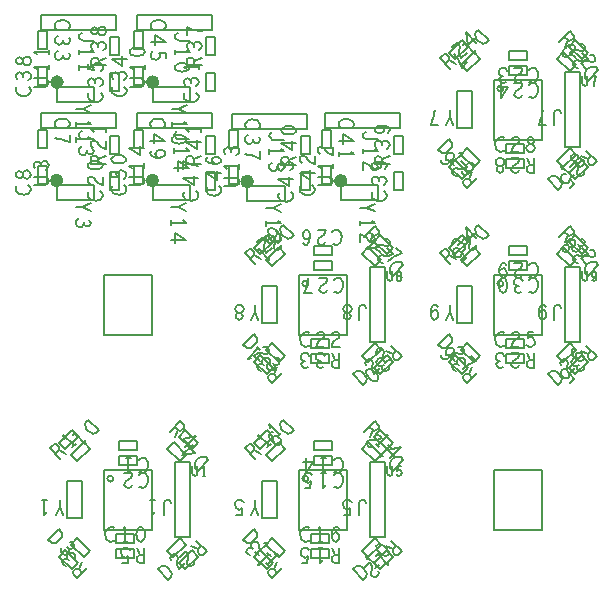
<source format=gto>
G04 ================== begin FILE IDENTIFICATION RECORD ==================*
G04 Layout Name:  C:/Users/D/Documents/github/Disceep/allegro/disceep.brd*
G04 Film Name:    DisceepTOPSilk*
G04 File Format:  Gerber RS274X*
G04 File Origin:  Cadence Allegro 16.6-P004*
G04 Origin Date:  Thu Jan 15 23:06:35 2015*
G04 *
G04 Layer:  REF DES/SILKSCREEN_TOP*
G04 Layer:  PACKAGE GEOMETRY/SILKSCREEN_TOP*
G04 Layer:  COMPONENT VALUE/SILKSCREEN_TOP*
G04 Layer:  BOARD GEOMETRY/SILKSCREEN_TOP*
G04 *
G04 Offset:    (0.00 0.00)*
G04 Mirror:    No*
G04 Mode:      Positive*
G04 Rotation:  0*
G04 FullContactRelief:  No*
G04 UndefLineWidth:     6.00*
G04 ================== end FILE IDENTIFICATION RECORD ====================*
%FSLAX25Y25*MOIN*%
%IR0*IPPOS*OFA0.00000B0.00000*MIA0B0*SFA1.00000B1.00000*%
%ADD10C,.006*%
G75*
%LPD*%
G75*
G36*
G01X11400Y139400D02*
G03I-2300J0D01*
G37*
G36*
G01X11500Y172200D02*
G03I-2300J0D01*
G37*
G36*
G01X43300Y139400D02*
G03I-2300J0D01*
G37*
G36*
G01X43400Y172200D02*
G03I-2300J0D01*
G37*
G36*
G01X74900Y139100D02*
G03I-2300J0D01*
G37*
G36*
G01X106100Y139300D02*
G03I-2300J0D01*
G37*
G54D10*
G01X6287Y19713D02*
X9823Y23248D01*
X10718Y22353D01*
X10900Y21818D01*
X10933Y21313D01*
X10803Y20736D01*
X10570Y20144D01*
X10025Y19510D01*
X9391Y18966D01*
X8800Y18732D01*
X8222Y18602D01*
X7718Y18636D01*
X7183Y18817D01*
X6287Y19713D01*
G01X10600Y16814D02*
X10456Y16133D01*
X10579Y15539D01*
X10923Y15077D01*
X11341Y14777D01*
X11993Y14714D01*
X12571Y14843D01*
X12969Y15152D01*
X13292Y15654D01*
X13273Y16262D01*
X13078Y16694D01*
X12675Y17097D01*
G01X13078Y16694D02*
X13523Y16602D01*
X14042Y16672D01*
X14485Y16936D01*
X14749Y17379D01*
X14819Y17898D01*
X14593Y18478D01*
X14131Y18822D01*
X13492Y18989D01*
G01X9818Y14061D02*
X14061Y9818D01*
X16182Y11939D01*
X11939Y16182D01*
X9818Y14061D01*
G01X19380Y10377D02*
X15845Y6841D01*
X14725Y7961D01*
X14544Y8496D01*
X14555Y8956D01*
X14937Y9517D01*
X15498Y9898D01*
X16061Y9924D01*
X16552Y9788D01*
X17671Y8668D01*
G01X16552Y9788D02*
X17589Y12168D01*
G01X15157Y13186D02*
X15301Y13867D01*
X15178Y14461D01*
X14834Y14923D01*
X14416Y15223D01*
X13764Y15286D01*
X13186Y15157D01*
X12788Y14848D01*
X12465Y14346D01*
X12484Y13738D01*
X12679Y13306D01*
X13082Y12903D01*
G01X12679Y13306D02*
X12234Y13398D01*
X11715Y13328D01*
X11272Y13064D01*
X11008Y12621D01*
X10938Y12102D01*
X11164Y11522D01*
X11626Y11178D01*
X12265Y11011D01*
G01X20182Y15939D02*
X15939Y20182D01*
X13818Y18061D01*
X18061Y13818D01*
X20182Y15939D01*
G01X10100Y33000D02*
Y30750D01*
X11367Y28000D01*
G01X8833D02*
X10100Y30750D01*
G01X5000Y33000D02*
Y28000D01*
X5760Y29000D01*
G01Y33000D02*
X4240D01*
G01X17500Y39200D02*
X12500D01*
Y26800D01*
X17500D01*
Y39200D01*
G01X19713Y59713D02*
X23248Y56177D01*
X22353Y55282D01*
X21818Y55100D01*
X21313Y55067D01*
X20736Y55197D01*
X20144Y55430D01*
X19510Y55975D01*
X18966Y56609D01*
X18732Y57200D01*
X18602Y57778D01*
X18636Y58282D01*
X18817Y58817D01*
X19713Y59713D01*
G01X15122Y55122D02*
X18657Y51586D01*
X18487Y52830D01*
G01X15659Y55659D02*
X14584Y54584D01*
G01X14061Y56182D02*
X9818Y51939D01*
X11939Y49818D01*
X16182Y54061D01*
X14061Y56182D01*
G01X10377Y46620D02*
X6841Y50155D01*
X7961Y51275D01*
X8496Y51456D01*
X8956Y51445D01*
X9517Y51063D01*
X9898Y50502D01*
X9924Y49939D01*
X9788Y49448D01*
X8668Y48329D01*
G01X9788Y49448D02*
X12168Y48411D01*
G01X14878Y51121D02*
X11343Y54657D01*
X11513Y53413D01*
G01X14341Y50584D02*
X15416Y51659D01*
G01X15939Y45818D02*
X20182Y50061D01*
X18061Y52182D01*
X13818Y47939D01*
X15939Y45818D01*
G01X-4183Y137693D02*
X-4433Y137313D01*
X-4600Y136870D01*
Y136363D01*
X-4350Y135793D01*
X-3933Y135350D01*
X-3433Y135033D01*
X-2600Y134780D01*
X-1850Y134717D01*
X-1100Y134843D01*
X-600Y135033D01*
X-100Y135413D01*
X233Y135857D01*
X400Y136300D01*
Y136743D01*
X233Y137187D01*
X-17Y137567D01*
X-350Y137883D01*
G01X400Y141400D02*
X317Y141843D01*
X67Y142350D01*
X-350Y142667D01*
X-933Y142793D01*
X-1517Y142667D01*
X-2017Y142287D01*
X-2267Y141717D01*
Y141083D01*
X-2433Y140703D01*
X-2850Y140387D01*
X-3433Y140260D01*
X-4017Y140450D01*
X-4433Y140893D01*
X-4600Y141400D01*
X-4433Y141907D01*
X-4017Y142350D01*
X-3433Y142540D01*
X-2850Y142413D01*
X-2433Y142097D01*
X-2267Y141717D01*
Y141083D01*
X-2017Y140513D01*
X-1517Y140133D01*
X-933Y140007D01*
X-350Y140133D01*
X67Y140450D01*
X317Y140957D01*
X400Y141400D01*
G01X15400Y130500D02*
X17650D01*
X20400Y131767D01*
G01Y129233D02*
X17650Y130500D01*
G01X16400Y126793D02*
X15817Y126413D01*
X15483Y125907D01*
X15400Y125337D01*
X15483Y124830D01*
X15900Y124323D01*
X16400Y124007D01*
X16900Y123943D01*
X17483Y124070D01*
X17900Y124513D01*
X18067Y124957D01*
Y125527D01*
G01Y124957D02*
X18317Y124577D01*
X18733Y124260D01*
X19233Y124133D01*
X19733Y124260D01*
X20150Y124577D01*
X20400Y125147D01*
X20317Y125717D01*
X19983Y126287D01*
G01X9200Y137900D02*
Y132900D01*
X21600D01*
Y137900D01*
X9200D01*
G01X17400Y155767D02*
X16900Y155450D01*
X16567Y155070D01*
X16400Y154627D01*
X16567Y154120D01*
X16900Y153740D01*
X17400Y153360D01*
X18067Y153233D01*
X21400D01*
G01X17400Y150793D02*
X16817Y150413D01*
X16483Y149907D01*
X16400Y149337D01*
X16483Y148830D01*
X16900Y148323D01*
X17400Y148007D01*
X17900Y147943D01*
X18483Y148070D01*
X18900Y148513D01*
X19067Y148957D01*
Y149527D01*
G01Y148957D02*
X19317Y148577D01*
X19733Y148260D01*
X20233Y148133D01*
X20733Y148260D01*
X21150Y148577D01*
X21400Y149147D01*
X21317Y149717D01*
X20983Y150287D01*
G01X12983Y157107D02*
X13233Y157487D01*
X13400Y157930D01*
Y158437D01*
X13150Y159007D01*
X12733Y159450D01*
X12233Y159767D01*
X11400Y160020D01*
X10650Y160083D01*
X9900Y159957D01*
X9400Y159767D01*
X8900Y159387D01*
X8567Y158943D01*
X8400Y158500D01*
Y158057D01*
X8567Y157613D01*
X8817Y157233D01*
X9150Y156917D01*
G01X8400Y153527D02*
X9483Y153400D01*
X10400Y153210D01*
X11233Y152957D01*
X12150Y152640D01*
X13400Y152133D01*
Y154667D01*
G01X2900Y156400D02*
Y150400D01*
X5900D01*
Y156400D01*
X2900D01*
G01X5900Y138400D02*
Y144400D01*
X2900D01*
Y138400D01*
X5900D01*
G01X15500Y163300D02*
X17750D01*
X20500Y164567D01*
G01Y162033D02*
X17750Y163300D01*
G01X15500Y158200D02*
X20500D01*
X19500Y158960D01*
G01X15500D02*
Y157440D01*
G01Y153100D02*
X20500D01*
X19500Y153860D01*
G01X15500D02*
Y152340D01*
G01X1400Y137907D02*
X4983D01*
X5733Y138160D01*
X6233Y138667D01*
X6400Y139300D01*
X6233Y139933D01*
X5733Y140440D01*
X4983Y140693D01*
X1400D01*
G01X5400Y143007D02*
X5983Y143387D01*
X6317Y143893D01*
X6400Y144463D01*
X6317Y144970D01*
X5900Y145477D01*
X5400Y145793D01*
X4900Y145857D01*
X4317Y145730D01*
X3900Y145287D01*
X3733Y144843D01*
Y144273D01*
G01Y144843D02*
X3483Y145223D01*
X3067Y145540D01*
X2567Y145667D01*
X2067Y145540D01*
X1650Y145223D01*
X1400Y144653D01*
X1483Y144083D01*
X1817Y143513D01*
G01X3900Y161900D02*
Y156900D01*
X28900D01*
Y161900D01*
X3900D01*
G01X-4083Y170493D02*
X-4333Y170113D01*
X-4500Y169670D01*
Y169163D01*
X-4250Y168593D01*
X-3833Y168150D01*
X-3333Y167833D01*
X-2500Y167580D01*
X-1750Y167517D01*
X-1000Y167643D01*
X-500Y167833D01*
X0Y168213D01*
X333Y168657D01*
X500Y169100D01*
Y169543D01*
X333Y169987D01*
X83Y170367D01*
X-250Y170683D01*
G01X-500Y172807D02*
X83Y173187D01*
X417Y173693D01*
X500Y174263D01*
X417Y174770D01*
X0Y175277D01*
X-500Y175593D01*
X-1000Y175657D01*
X-1583Y175530D01*
X-2000Y175087D01*
X-2167Y174643D01*
Y174073D01*
G01Y174643D02*
X-2417Y175023D01*
X-2833Y175340D01*
X-3333Y175467D01*
X-3833Y175340D01*
X-4250Y175023D01*
X-4500Y174453D01*
X-4417Y173883D01*
X-4083Y173313D01*
G01X500Y179300D02*
X417Y179743D01*
X167Y180250D01*
X-250Y180567D01*
X-833Y180693D01*
X-1417Y180567D01*
X-1917Y180187D01*
X-2167Y179617D01*
Y178983D01*
X-2333Y178603D01*
X-2750Y178287D01*
X-3333Y178160D01*
X-3917Y178350D01*
X-4333Y178793D01*
X-4500Y179300D01*
X-4333Y179807D01*
X-3917Y180250D01*
X-3333Y180440D01*
X-2750Y180313D01*
X-2333Y179997D01*
X-2167Y179617D01*
Y178983D01*
X-1917Y178413D01*
X-1417Y178033D01*
X-833Y177907D01*
X-250Y178033D01*
X167Y178350D01*
X417Y178857D01*
X500Y179300D01*
G01X6000Y171200D02*
Y177200D01*
X3000D01*
Y171200D01*
X6000D01*
G01X9300Y170700D02*
Y165700D01*
X21700D01*
Y170700D01*
X9300D01*
G01X1500Y170707D02*
X5083D01*
X5833Y170960D01*
X6333Y171467D01*
X6500Y172100D01*
X6333Y172733D01*
X5833Y173240D01*
X5083Y173493D01*
X1500D01*
G01X6500Y177200D02*
X1500D01*
X2500Y176440D01*
G01X6500D02*
Y177960D01*
G01Y182300D02*
X1500D01*
X2500Y181540D01*
G01X6500D02*
Y183060D01*
G01X17500Y188567D02*
X17000Y188250D01*
X16667Y187870D01*
X16500Y187427D01*
X16667Y186920D01*
X17000Y186540D01*
X17500Y186160D01*
X18167Y186033D01*
X21500D01*
G01X16500Y182200D02*
X21500D01*
X20500Y182960D01*
G01X16500D02*
Y181440D01*
G01Y177100D02*
X21500D01*
X20500Y177860D01*
G01X16500D02*
Y176340D01*
G01X4000Y194700D02*
Y189700D01*
X29000D01*
Y194700D01*
X4000D01*
G01X13083Y189907D02*
X13333Y190287D01*
X13500Y190730D01*
Y191237D01*
X13250Y191807D01*
X12833Y192250D01*
X12333Y192567D01*
X11500Y192820D01*
X10750Y192883D01*
X10000Y192757D01*
X9500Y192567D01*
X9000Y192187D01*
X8667Y191743D01*
X8500Y191300D01*
Y190857D01*
X8667Y190413D01*
X8917Y190033D01*
X9250Y189717D01*
G01X9500Y187593D02*
X8917Y187213D01*
X8583Y186707D01*
X8500Y186137D01*
X8583Y185630D01*
X9000Y185123D01*
X9500Y184807D01*
X10000Y184743D01*
X10583Y184870D01*
X11000Y185313D01*
X11167Y185757D01*
Y186327D01*
G01Y185757D02*
X11417Y185377D01*
X11833Y185060D01*
X12333Y184933D01*
X12833Y185060D01*
X13250Y185377D01*
X13500Y185947D01*
X13417Y186517D01*
X13083Y187087D01*
G01X9500Y182493D02*
X8917Y182113D01*
X8583Y181607D01*
X8500Y181037D01*
X8583Y180530D01*
X9000Y180023D01*
X9500Y179707D01*
X10000Y179643D01*
X10583Y179770D01*
X11000Y180213D01*
X11167Y180657D01*
Y181227D01*
G01Y180657D02*
X11417Y180277D01*
X11833Y179960D01*
X12333Y179833D01*
X12833Y179960D01*
X13250Y180277D01*
X13500Y180847D01*
X13417Y181417D01*
X13083Y181987D01*
G01X3000Y189200D02*
Y183200D01*
X6000D01*
Y189200D01*
X3000D01*
G01X29000Y13500D02*
X35000D01*
Y16500D01*
X29000D01*
Y13500D01*
G01X38367Y17000D02*
Y12000D01*
X36783D01*
X36277Y12250D01*
X35960Y12583D01*
X35833Y13250D01*
X35960Y13917D01*
X36340Y14333D01*
X36783Y14583D01*
X38367D01*
G01X36783D02*
X35833Y17000D01*
G01X33393Y16250D02*
X33013Y16667D01*
X32570Y16917D01*
X32000Y17000D01*
X31430Y16833D01*
X30987Y16500D01*
X30670Y15917D01*
X30607Y15250D01*
X30733Y14583D01*
X31050Y14167D01*
X31493Y13833D01*
X31937Y13750D01*
X32380Y13833D01*
X32950Y14167D01*
X32760Y12000D01*
X31050D01*
G01X25000Y23000D02*
Y43000D01*
X41000D01*
Y23000D01*
X25000D01*
G01X28293Y23583D02*
X27913Y23833D01*
X27470Y24000D01*
X26963D01*
X26393Y23750D01*
X25950Y23333D01*
X25633Y22833D01*
X25380Y22000D01*
X25317Y21250D01*
X25443Y20500D01*
X25633Y20000D01*
X26013Y19500D01*
X26457Y19167D01*
X26900Y19000D01*
X27343D01*
X27787Y19167D01*
X28167Y19417D01*
X28483Y19750D01*
G01X32000Y19000D02*
Y24000D01*
X31240Y23000D01*
G01Y19000D02*
X32760D01*
G01X37100Y24000D02*
X36593Y23833D01*
X36213Y23417D01*
X35960Y22917D01*
X35770Y22250D01*
X35707Y21500D01*
X35770Y20750D01*
X35960Y20083D01*
X36213Y19583D01*
X36593Y19167D01*
X37100Y19000D01*
X37607Y19167D01*
X37987Y19583D01*
X38240Y20083D01*
X38430Y20750D01*
X38493Y21500D01*
X38430Y22250D01*
X38240Y22917D01*
X37987Y23417D01*
X37607Y23833D01*
X37100Y24000D01*
G01X35000Y21500D02*
X29000D01*
Y18500D01*
X35000D01*
Y21500D01*
G01X28000Y40000D02*
G03I-1000J0D01*
G01X36707Y42417D02*
X37087Y42167D01*
X37530Y42000D01*
X38037D01*
X38607Y42250D01*
X39050Y42667D01*
X39367Y43167D01*
X39620Y44000D01*
X39683Y44750D01*
X39557Y45500D01*
X39367Y46000D01*
X38987Y46500D01*
X38543Y46833D01*
X38100Y47000D01*
X37657D01*
X37213Y46833D01*
X36833Y46583D01*
X36517Y46250D01*
G01X33000Y47000D02*
Y42000D01*
X33760Y43000D01*
G01Y47000D02*
X32240D01*
G01X36000Y52500D02*
X30000D01*
Y49500D01*
X36000D01*
Y52500D01*
G01X36707Y37417D02*
X37087Y37167D01*
X37530Y37000D01*
X38037D01*
X38607Y37250D01*
X39050Y37667D01*
X39367Y38167D01*
X39620Y39000D01*
X39683Y39750D01*
X39557Y40500D01*
X39367Y41000D01*
X38987Y41500D01*
X38543Y41833D01*
X38100Y42000D01*
X37657D01*
X37213Y41833D01*
X36833Y41583D01*
X36517Y41250D01*
G01X34203Y37833D02*
X33823Y37333D01*
X33380Y37083D01*
X32873Y37000D01*
X32240Y37167D01*
X31797Y37583D01*
X31670Y38083D01*
X31733Y38583D01*
X31987Y39000D01*
X33253Y39833D01*
X33823Y40417D01*
X34203Y41250D01*
X34330Y42000D01*
X31670D01*
G01X36000Y47500D02*
X30000D01*
Y44500D01*
X36000D01*
Y47500D01*
G01X25000Y88000D02*
Y108000D01*
X41000D01*
Y88000D01*
X25000D01*
G01X19817Y135693D02*
X19567Y135313D01*
X19400Y134870D01*
Y134363D01*
X19650Y133793D01*
X20067Y133350D01*
X20567Y133033D01*
X21400Y132780D01*
X22150Y132717D01*
X22900Y132843D01*
X23400Y133033D01*
X23900Y133413D01*
X24233Y133857D01*
X24400Y134300D01*
Y134743D01*
X24233Y135187D01*
X23983Y135567D01*
X23650Y135883D01*
G01X20233Y138197D02*
X19733Y138577D01*
X19483Y139020D01*
X19400Y139527D01*
X19567Y140160D01*
X19983Y140603D01*
X20483Y140730D01*
X20983Y140667D01*
X21400Y140413D01*
X22233Y139147D01*
X22817Y138577D01*
X23650Y138197D01*
X24400Y138070D01*
Y140730D01*
G01X19400Y144500D02*
X19567Y143993D01*
X19983Y143613D01*
X20483Y143360D01*
X21150Y143170D01*
X21900Y143107D01*
X22650Y143170D01*
X23317Y143360D01*
X23817Y143613D01*
X24233Y143993D01*
X24400Y144500D01*
X24233Y145007D01*
X23817Y145387D01*
X23317Y145640D01*
X22650Y145830D01*
X21900Y145893D01*
X21150Y145830D01*
X20483Y145640D01*
X19983Y145387D01*
X19567Y145007D01*
X19400Y144500D01*
G01X27717Y137693D02*
X27467Y137313D01*
X27300Y136870D01*
Y136363D01*
X27550Y135793D01*
X27967Y135350D01*
X28467Y135033D01*
X29300Y134780D01*
X30050Y134717D01*
X30800Y134843D01*
X31300Y135033D01*
X31800Y135413D01*
X32133Y135857D01*
X32300Y136300D01*
Y136743D01*
X32133Y137187D01*
X31883Y137567D01*
X31550Y137883D01*
G01Y140007D02*
X31967Y140387D01*
X32217Y140830D01*
X32300Y141400D01*
X32133Y141970D01*
X31800Y142413D01*
X31217Y142730D01*
X30550Y142793D01*
X29883Y142667D01*
X29467Y142350D01*
X29133Y141907D01*
X29050Y141463D01*
X29133Y141020D01*
X29467Y140450D01*
X27300Y140640D01*
Y142350D01*
G01Y146500D02*
X27467Y145993D01*
X27883Y145613D01*
X28383Y145360D01*
X29050Y145170D01*
X29800Y145107D01*
X30550Y145170D01*
X31217Y145360D01*
X31717Y145613D01*
X32133Y145993D01*
X32300Y146500D01*
X32133Y147007D01*
X31717Y147387D01*
X31217Y147640D01*
X30550Y147830D01*
X29800Y147893D01*
X29050Y147830D01*
X28383Y147640D01*
X27883Y147387D01*
X27467Y147007D01*
X27300Y146500D01*
G01X29900Y136400D02*
Y142400D01*
X26900D01*
Y136400D01*
X29900D01*
G01X34800Y156400D02*
Y150400D01*
X37800D01*
Y156400D01*
X34800D01*
G01X37800Y138400D02*
Y144400D01*
X34800D01*
Y138400D01*
X37800D01*
G01X25400Y145033D02*
X20400D01*
Y146617D01*
X20650Y147123D01*
X20983Y147440D01*
X21650Y147567D01*
X22317Y147440D01*
X22733Y147060D01*
X22983Y146617D01*
Y145033D01*
G01Y146617D02*
X25400Y147567D01*
G01X21233Y150197D02*
X20733Y150577D01*
X20483Y151020D01*
X20400Y151527D01*
X20567Y152160D01*
X20983Y152603D01*
X21483Y152730D01*
X21983Y152667D01*
X22400Y152413D01*
X23233Y151147D01*
X23817Y150577D01*
X24650Y150197D01*
X25400Y150070D01*
Y152730D01*
G01Y156500D02*
X20400D01*
X21400Y155740D01*
G01X25400D02*
Y157260D01*
G01X29900Y148400D02*
Y154400D01*
X26900D01*
Y148400D01*
X29900D01*
G01X33300Y137907D02*
X36883D01*
X37633Y138160D01*
X38133Y138667D01*
X38300Y139300D01*
X38133Y139933D01*
X37633Y140440D01*
X36883Y140693D01*
X33300D01*
G01X38300Y144400D02*
X33300D01*
X34300Y143640D01*
G01X38300D02*
Y145160D01*
G01Y150260D02*
X33300D01*
X36883Y147917D01*
Y151083D01*
G01X19917Y168493D02*
X19667Y168113D01*
X19500Y167670D01*
Y167163D01*
X19750Y166593D01*
X20167Y166150D01*
X20667Y165833D01*
X21500Y165580D01*
X22250Y165517D01*
X23000Y165643D01*
X23500Y165833D01*
X24000Y166213D01*
X24333Y166657D01*
X24500Y167100D01*
Y167543D01*
X24333Y167987D01*
X24083Y168367D01*
X23750Y168683D01*
G01X23500Y170807D02*
X24083Y171187D01*
X24417Y171693D01*
X24500Y172263D01*
X24417Y172770D01*
X24000Y173277D01*
X23500Y173593D01*
X23000Y173657D01*
X22417Y173530D01*
X22000Y173087D01*
X21833Y172643D01*
Y172073D01*
G01Y172643D02*
X21583Y173023D01*
X21167Y173340D01*
X20667Y173467D01*
X20167Y173340D01*
X19750Y173023D01*
X19500Y172453D01*
X19583Y171883D01*
X19917Y171313D01*
G01X23750Y175907D02*
X24167Y176287D01*
X24417Y176730D01*
X24500Y177300D01*
X24333Y177870D01*
X24000Y178313D01*
X23417Y178630D01*
X22750Y178693D01*
X22083Y178567D01*
X21667Y178250D01*
X21333Y177807D01*
X21250Y177363D01*
X21333Y176920D01*
X21667Y176350D01*
X19500Y176540D01*
Y178250D01*
G01X30000Y169200D02*
Y175200D01*
X27000D01*
Y169200D01*
X30000D01*
G01X27817Y170493D02*
X27567Y170113D01*
X27400Y169670D01*
Y169163D01*
X27650Y168593D01*
X28067Y168150D01*
X28567Y167833D01*
X29400Y167580D01*
X30150Y167517D01*
X30900Y167643D01*
X31400Y167833D01*
X31900Y168213D01*
X32233Y168657D01*
X32400Y169100D01*
Y169543D01*
X32233Y169987D01*
X31983Y170367D01*
X31650Y170683D01*
G01X31400Y172807D02*
X31983Y173187D01*
X32317Y173693D01*
X32400Y174263D01*
X32317Y174770D01*
X31900Y175277D01*
X31400Y175593D01*
X30900Y175657D01*
X30317Y175530D01*
X29900Y175087D01*
X29733Y174643D01*
Y174073D01*
G01Y174643D02*
X29483Y175023D01*
X29067Y175340D01*
X28567Y175467D01*
X28067Y175340D01*
X27650Y175023D01*
X27400Y174453D01*
X27483Y173883D01*
X27817Y173313D01*
G01X32400Y180060D02*
X27400D01*
X30983Y177717D01*
Y180883D01*
G01X37900Y171200D02*
Y177200D01*
X34900D01*
Y171200D01*
X37900D01*
G01X33400Y170707D02*
X36983D01*
X37733Y170960D01*
X38233Y171467D01*
X38400Y172100D01*
X38233Y172733D01*
X37733Y173240D01*
X36983Y173493D01*
X33400D01*
G01X38400Y177200D02*
X33400D01*
X34400Y176440D01*
G01X38400D02*
Y177960D01*
G01X33400Y182300D02*
X33567Y181793D01*
X33983Y181413D01*
X34483Y181160D01*
X35150Y180970D01*
X35900Y180907D01*
X36650Y180970D01*
X37317Y181160D01*
X37817Y181413D01*
X38233Y181793D01*
X38400Y182300D01*
X38233Y182807D01*
X37817Y183187D01*
X37317Y183440D01*
X36650Y183630D01*
X35900Y183693D01*
X35150Y183630D01*
X34483Y183440D01*
X33983Y183187D01*
X33567Y182807D01*
X33400Y182300D01*
G01X34900Y189200D02*
Y183200D01*
X37900D01*
Y189200D01*
X34900D01*
G01X25500Y177833D02*
X20500D01*
Y179417D01*
X20750Y179923D01*
X21083Y180240D01*
X21750Y180367D01*
X22417Y180240D01*
X22833Y179860D01*
X23083Y179417D01*
Y177833D01*
G01Y179417D02*
X25500Y180367D01*
G01X24500Y182807D02*
X25083Y183187D01*
X25417Y183693D01*
X25500Y184263D01*
X25417Y184770D01*
X25000Y185277D01*
X24500Y185593D01*
X24000Y185657D01*
X23417Y185530D01*
X23000Y185087D01*
X22833Y184643D01*
Y184073D01*
G01Y184643D02*
X22583Y185023D01*
X22167Y185340D01*
X21667Y185467D01*
X21167Y185340D01*
X20750Y185023D01*
X20500Y184453D01*
X20583Y183883D01*
X20917Y183313D01*
G01X25500Y189300D02*
X25417Y189743D01*
X25167Y190250D01*
X24750Y190567D01*
X24167Y190693D01*
X23583Y190567D01*
X23083Y190187D01*
X22833Y189617D01*
Y188983D01*
X22667Y188603D01*
X22250Y188287D01*
X21667Y188160D01*
X21083Y188350D01*
X20667Y188793D01*
X20500Y189300D01*
X20667Y189807D01*
X21083Y190250D01*
X21667Y190440D01*
X22250Y190313D01*
X22667Y189997D01*
X22833Y189617D01*
Y188983D01*
X23083Y188413D01*
X23583Y188033D01*
X24167Y187907D01*
X24750Y188033D01*
X25167Y188350D01*
X25417Y188857D01*
X25500Y189300D01*
G01X30000Y181200D02*
Y187200D01*
X27000D01*
Y181200D01*
X30000D01*
G01X46287Y6287D02*
X42752Y9823D01*
X43647Y10718D01*
X44182Y10900D01*
X44687Y10933D01*
X45264Y10803D01*
X45856Y10570D01*
X46490Y10025D01*
X47034Y9391D01*
X47268Y8800D01*
X47398Y8222D01*
X47364Y7718D01*
X47183Y7183D01*
X46287Y6287D01*
G01X47081Y12974D02*
X46997Y13596D01*
X47133Y14086D01*
X47433Y14504D01*
X47998Y14834D01*
X48606Y14852D01*
X49049Y14589D01*
X49358Y14190D01*
X49474Y13716D01*
X49167Y12231D01*
X49177Y11416D01*
X49497Y10558D01*
X49938Y9938D01*
X51819Y11819D01*
G01X51939Y9818D02*
X56182Y14061D01*
X54061Y16182D01*
X49818Y11939D01*
X51939Y9818D01*
G01X55623Y19380D02*
X59159Y15845D01*
X58039Y14725D01*
X57504Y14544D01*
X57044Y14555D01*
X56483Y14937D01*
X56102Y15498D01*
X56076Y16061D01*
X56212Y16552D01*
X57332Y17671D01*
G01X56212Y16552D02*
X53832Y17589D01*
G01X54919Y12783D02*
X55003Y12161D01*
X54867Y11671D01*
X54567Y11253D01*
X54002Y10923D01*
X53394Y10905D01*
X52951Y11168D01*
X52642Y11567D01*
X52526Y12041D01*
X52833Y13526D01*
X52823Y14341D01*
X52503Y15199D01*
X52062Y15819D01*
X50181Y13938D01*
G01X50061Y20182D02*
X45818Y15939D01*
X47939Y13818D01*
X52182Y18061D01*
X50061Y20182D01*
G01X47367Y32000D02*
X47050Y32500D01*
X46670Y32833D01*
X46227Y33000D01*
X45720Y32833D01*
X45340Y32500D01*
X44960Y32000D01*
X44833Y31333D01*
Y28000D01*
G01X41000Y33000D02*
Y28000D01*
X41760Y29000D01*
G01Y33000D02*
X40240D01*
G01X53500Y45500D02*
X48500D01*
Y20500D01*
X53500D01*
Y45500D01*
G01X54307Y44100D02*
Y41878D01*
X54460Y41413D01*
X54767Y41103D01*
X55150Y41000D01*
X55533Y41103D01*
X55840Y41413D01*
X55993Y41878D01*
Y44100D01*
G01X58250Y41000D02*
Y44100D01*
X57790Y43480D01*
G01Y41000D02*
X58710D01*
G01X59713Y46287D02*
X56177Y42752D01*
X55282Y43647D01*
X55100Y44182D01*
X55067Y44687D01*
X55197Y45264D01*
X55430Y45856D01*
X55975Y46490D01*
X56609Y47034D01*
X57200Y47268D01*
X57778Y47398D01*
X58282Y47364D01*
X58817Y47183D01*
X59713Y46287D01*
G01X54584Y51416D02*
X51049Y47880D01*
X55239Y48757D01*
X53000Y50996D01*
G01X56182Y51939D02*
X51939Y56182D01*
X49818Y54061D01*
X54061Y49818D01*
X56182Y51939D01*
G01X46820Y55623D02*
X50355Y59159D01*
X51475Y58039D01*
X51656Y57504D01*
X51645Y57044D01*
X51263Y56483D01*
X50702Y56102D01*
X50139Y56076D01*
X49648Y56212D01*
X48529Y57332D01*
G01X49648Y56212D02*
X48611Y53832D01*
G01X51859Y50584D02*
X55394Y54120D01*
X51204Y53243D01*
X53443Y51004D01*
G01X46018Y50061D02*
X50261Y45818D01*
X52382Y47939D01*
X48139Y52182D01*
X46018Y50061D01*
G01X51717Y135693D02*
X51467Y135313D01*
X51300Y134870D01*
Y134363D01*
X51550Y133793D01*
X51967Y133350D01*
X52467Y133033D01*
X53300Y132780D01*
X54050Y132717D01*
X54800Y132843D01*
X55300Y133033D01*
X55800Y133413D01*
X56133Y133857D01*
X56300Y134300D01*
Y134743D01*
X56133Y135187D01*
X55883Y135567D01*
X55550Y135883D01*
G01X56300Y140160D02*
X51300D01*
X54883Y137817D01*
Y140983D01*
G01X56300Y144373D02*
X55217Y144500D01*
X54300Y144690D01*
X53467Y144943D01*
X52550Y145260D01*
X51300Y145767D01*
Y143233D01*
G01X47300Y130500D02*
X49550D01*
X52300Y131767D01*
G01Y129233D02*
X49550Y130500D01*
G01X47300Y125400D02*
X52300D01*
X51300Y126160D01*
G01X47300D02*
Y124640D01*
G01Y119540D02*
X52300D01*
X48717Y121883D01*
Y118717D01*
G01X41100Y137900D02*
Y132900D01*
X53500D01*
Y137900D01*
X41100D01*
G01X49300Y155767D02*
X48800Y155450D01*
X48467Y155070D01*
X48300Y154627D01*
X48467Y154120D01*
X48800Y153740D01*
X49300Y153360D01*
X49967Y153233D01*
X53300D01*
G01X48300Y149400D02*
X53300D01*
X52300Y150160D01*
G01X48300D02*
Y148640D01*
G01Y143540D02*
X53300D01*
X49717Y145883D01*
Y142717D01*
G01X44883Y157107D02*
X45133Y157487D01*
X45300Y157930D01*
Y158437D01*
X45050Y159007D01*
X44633Y159450D01*
X44133Y159767D01*
X43300Y160020D01*
X42550Y160083D01*
X41800Y159957D01*
X41300Y159767D01*
X40800Y159387D01*
X40467Y158943D01*
X40300Y158500D01*
Y158057D01*
X40467Y157613D01*
X40717Y157233D01*
X41050Y156917D01*
G01X40300Y152640D02*
X45300D01*
X41717Y154983D01*
Y151817D01*
G01X40883Y149377D02*
X40467Y148933D01*
X40300Y148427D01*
X40467Y147920D01*
X40967Y147477D01*
X41717Y147160D01*
X42467Y147033D01*
X43383D01*
X44133Y147160D01*
X44800Y147477D01*
X45133Y147857D01*
X45300Y148300D01*
X45133Y148807D01*
X44800Y149187D01*
X44300Y149440D01*
X43633Y149567D01*
X43050Y149440D01*
X42467Y149123D01*
X42133Y148743D01*
X42050Y148300D01*
X42217Y147793D01*
X42633Y147413D01*
X43383Y147033D01*
G01X57300Y145033D02*
X52300D01*
Y146617D01*
X52550Y147123D01*
X52883Y147440D01*
X53550Y147567D01*
X54217Y147440D01*
X54633Y147060D01*
X54883Y146617D01*
Y145033D01*
G01Y146617D02*
X57300Y147567D01*
G01Y152160D02*
X52300D01*
X55883Y149817D01*
Y152983D01*
G01X57300Y156500D02*
X52300D01*
X53300Y155740D01*
G01X57300D02*
Y157260D01*
G01X47400Y163300D02*
X49650D01*
X52400Y164567D01*
G01Y162033D02*
X49650Y163300D01*
G01X47400Y158200D02*
X52400D01*
X51400Y158960D01*
G01X47400D02*
Y157440D01*
G01X52400Y153100D02*
X52233Y153607D01*
X51817Y153987D01*
X51317Y154240D01*
X50650Y154430D01*
X49900Y154493D01*
X49150Y154430D01*
X48483Y154240D01*
X47983Y153987D01*
X47567Y153607D01*
X47400Y153100D01*
X47567Y152593D01*
X47983Y152213D01*
X48483Y151960D01*
X49150Y151770D01*
X49900Y151707D01*
X50650Y151770D01*
X51317Y151960D01*
X51817Y152213D01*
X52233Y152593D01*
X52400Y153100D01*
G01X35800Y161900D02*
Y156900D01*
X60800D01*
Y161900D01*
X35800D01*
G01X51817Y168493D02*
X51567Y168113D01*
X51400Y167670D01*
Y167163D01*
X51650Y166593D01*
X52067Y166150D01*
X52567Y165833D01*
X53400Y165580D01*
X54150Y165517D01*
X54900Y165643D01*
X55400Y165833D01*
X55900Y166213D01*
X56233Y166657D01*
X56400Y167100D01*
Y167543D01*
X56233Y167987D01*
X55983Y168367D01*
X55650Y168683D01*
G01X55400Y170807D02*
X55983Y171187D01*
X56317Y171693D01*
X56400Y172263D01*
X56317Y172770D01*
X55900Y173277D01*
X55400Y173593D01*
X54900Y173657D01*
X54317Y173530D01*
X53900Y173087D01*
X53733Y172643D01*
Y172073D01*
G01Y172643D02*
X53483Y173023D01*
X53067Y173340D01*
X52567Y173467D01*
X52067Y173340D01*
X51650Y173023D01*
X51400Y172453D01*
X51483Y171883D01*
X51817Y171313D01*
G01X56400Y177300D02*
X51400D01*
X52400Y176540D01*
G01X56400D02*
Y178060D01*
G01X41200Y170700D02*
Y165700D01*
X53600D01*
Y170700D01*
X41200D01*
G01X49400Y188567D02*
X48900Y188250D01*
X48567Y187870D01*
X48400Y187427D01*
X48567Y186920D01*
X48900Y186540D01*
X49400Y186160D01*
X50067Y186033D01*
X53400D01*
G01X48400Y182200D02*
X53400D01*
X52400Y182960D01*
G01X48400D02*
Y181440D01*
G01X53400Y177100D02*
X53233Y177607D01*
X52817Y177987D01*
X52317Y178240D01*
X51650Y178430D01*
X50900Y178493D01*
X50150Y178430D01*
X49483Y178240D01*
X48983Y177987D01*
X48567Y177607D01*
X48400Y177100D01*
X48567Y176593D01*
X48983Y176213D01*
X49483Y175960D01*
X50150Y175770D01*
X50900Y175707D01*
X51650Y175770D01*
X52317Y175960D01*
X52817Y176213D01*
X53233Y176593D01*
X53400Y177100D01*
G01X35900Y194700D02*
Y189700D01*
X60900D01*
Y194700D01*
X35900D01*
G01X44983Y189907D02*
X45233Y190287D01*
X45400Y190730D01*
Y191237D01*
X45150Y191807D01*
X44733Y192250D01*
X44233Y192567D01*
X43400Y192820D01*
X42650Y192883D01*
X41900Y192757D01*
X41400Y192567D01*
X40900Y192187D01*
X40567Y191743D01*
X40400Y191300D01*
Y190857D01*
X40567Y190413D01*
X40817Y190033D01*
X41150Y189717D01*
G01X40400Y185440D02*
X45400D01*
X41817Y187783D01*
Y184617D01*
G01X41150Y182493D02*
X40733Y182113D01*
X40483Y181670D01*
X40400Y181100D01*
X40567Y180530D01*
X40900Y180087D01*
X41483Y179770D01*
X42150Y179707D01*
X42817Y179833D01*
X43233Y180150D01*
X43567Y180593D01*
X43650Y181037D01*
X43567Y181480D01*
X43233Y182050D01*
X45400Y181860D01*
Y180150D01*
G01X57400Y177833D02*
X52400D01*
Y179417D01*
X52650Y179923D01*
X52983Y180240D01*
X53650Y180367D01*
X54317Y180240D01*
X54733Y179860D01*
X54983Y179417D01*
Y177833D01*
G01Y179417D02*
X57400Y180367D01*
G01X56400Y182807D02*
X56983Y183187D01*
X57317Y183693D01*
X57400Y184263D01*
X57317Y184770D01*
X56900Y185277D01*
X56400Y185593D01*
X55900Y185657D01*
X55317Y185530D01*
X54900Y185087D01*
X54733Y184643D01*
Y184073D01*
G01Y184643D02*
X54483Y185023D01*
X54067Y185340D01*
X53567Y185467D01*
X53067Y185340D01*
X52650Y185023D01*
X52400Y184453D01*
X52483Y183883D01*
X52817Y183313D01*
G01X57400Y189173D02*
X56317Y189300D01*
X55400Y189490D01*
X54567Y189743D01*
X53650Y190060D01*
X52400Y190567D01*
Y188033D01*
G01X71287Y19713D02*
X74823Y23248D01*
X75718Y22353D01*
X75900Y21818D01*
X75933Y21313D01*
X75803Y20736D01*
X75570Y20144D01*
X75025Y19510D01*
X74391Y18966D01*
X73800Y18732D01*
X73222Y18602D01*
X72718Y18636D01*
X72183Y18817D01*
X71287Y19713D01*
G01X75878Y15122D02*
X79414Y18657D01*
X78170Y18487D01*
G01X75341Y15659D02*
X76416Y14584D01*
G01X79484Y11516D02*
X83020Y15051D01*
X81776Y14881D01*
G01X78947Y12053D02*
X80022Y10978D01*
G01X74818Y14061D02*
X79061Y9818D01*
X81182Y11939D01*
X76939Y16182D01*
X74818Y14061D01*
G01X84380Y10377D02*
X80845Y6841D01*
X79725Y7961D01*
X79544Y8496D01*
X79555Y8956D01*
X79937Y9517D01*
X80498Y9898D01*
X81061Y9924D01*
X81552Y9788D01*
X82671Y8668D01*
G01X81552Y9788D02*
X82589Y12168D01*
G01X79879Y14878D02*
X76343Y11343D01*
X77587Y11513D01*
G01X80416Y14341D02*
X79341Y15416D01*
G01X76551Y16792D02*
X76695Y17473D01*
X76572Y18067D01*
X76228Y18529D01*
X75810Y18829D01*
X75158Y18892D01*
X74580Y18763D01*
X74182Y18454D01*
X73859Y17952D01*
X73878Y17344D01*
X74073Y16912D01*
X74476Y16509D01*
G01X74073Y16912D02*
X73628Y17004D01*
X73109Y16934D01*
X72666Y16670D01*
X72402Y16227D01*
X72332Y15708D01*
X72558Y15128D01*
X73020Y14784D01*
X73659Y14617D01*
G01X75100Y33000D02*
Y30750D01*
X76367Y28000D01*
G01X73833D02*
X75100Y30750D01*
G01X71393Y32250D02*
X71013Y32667D01*
X70570Y32917D01*
X70000Y33000D01*
X69430Y32833D01*
X68987Y32500D01*
X68670Y31917D01*
X68607Y31250D01*
X68733Y30583D01*
X69050Y30167D01*
X69493Y29833D01*
X69937Y29750D01*
X70380Y29833D01*
X70950Y30167D01*
X70760Y28000D01*
X69050D01*
G01X79061Y56182D02*
X74818Y51939D01*
X76939Y49818D01*
X81182Y54061D01*
X79061Y56182D01*
G01X75377Y46620D02*
X71841Y50155D01*
X72961Y51275D01*
X73496Y51456D01*
X73956Y51445D01*
X74517Y51063D01*
X74898Y50502D01*
X74924Y49939D01*
X74788Y49448D01*
X73668Y48329D01*
G01X74788Y49448D02*
X77168Y48411D01*
G01X79878Y51121D02*
X76343Y54657D01*
X76513Y53413D01*
G01X79341Y50584D02*
X80416Y51659D01*
G01X83484Y54727D02*
X79949Y58263D01*
X80119Y57019D01*
G01X82947Y54190D02*
X84022Y55265D01*
G01X71287Y84713D02*
X74823Y88248D01*
X75718Y87353D01*
X75900Y86818D01*
X75933Y86313D01*
X75803Y85736D01*
X75570Y85144D01*
X75025Y84510D01*
X74391Y83966D01*
X73800Y83732D01*
X73222Y83602D01*
X72718Y83636D01*
X72183Y83817D01*
X71287Y84713D01*
G01X77974Y83919D02*
X78596Y84003D01*
X79086Y83867D01*
X79504Y83567D01*
X79834Y83002D01*
X79852Y82394D01*
X79589Y81951D01*
X79190Y81642D01*
X78716Y81526D01*
X77231Y81833D01*
X76416Y81823D01*
X75558Y81503D01*
X74938Y81062D01*
X76819Y79181D01*
G01X79206Y78208D02*
X79062Y77527D01*
X79185Y76933D01*
X79529Y76471D01*
X79947Y76171D01*
X80599Y76108D01*
X81177Y76237D01*
X81575Y76546D01*
X81898Y77048D01*
X81879Y77656D01*
X81684Y78088D01*
X81281Y78491D01*
G01X81684Y78088D02*
X82129Y77996D01*
X82648Y78066D01*
X83091Y78330D01*
X83355Y78773D01*
X83425Y79292D01*
X83199Y79872D01*
X82737Y80216D01*
X82098Y80383D01*
G01X74818Y79061D02*
X79061Y74818D01*
X81182Y76939D01*
X76939Y81182D01*
X74818Y79061D01*
G01X84380Y75377D02*
X80845Y71841D01*
X79725Y72961D01*
X79544Y73496D01*
X79555Y73956D01*
X79937Y74517D01*
X80498Y74898D01*
X81061Y74924D01*
X81552Y74788D01*
X82671Y73668D01*
G01X81552Y74788D02*
X82589Y77168D01*
G01X80157Y78186D02*
X80301Y78867D01*
X80178Y79461D01*
X79834Y79923D01*
X79416Y80223D01*
X78764Y80286D01*
X78186Y80157D01*
X77788Y79848D01*
X77465Y79346D01*
X77484Y78738D01*
X77679Y78306D01*
X78082Y77903D01*
G01X77679Y78306D02*
X77234Y78398D01*
X76715Y78328D01*
X76272Y78064D01*
X76008Y77621D01*
X75938Y77102D01*
X76164Y76522D01*
X76626Y76178D01*
X77265Y76011D01*
G01X76273Y83484D02*
X72737Y79949D01*
X73981Y80119D01*
G01X76810Y82947D02*
X75735Y84022D01*
G01X75100Y98000D02*
Y95750D01*
X76367Y93000D01*
G01X73833D02*
X75100Y95750D01*
G01X70000Y98000D02*
X69557Y97917D01*
X69050Y97667D01*
X68733Y97250D01*
X68607Y96667D01*
X68733Y96083D01*
X69113Y95583D01*
X69683Y95333D01*
X70317D01*
X70697Y95167D01*
X71013Y94750D01*
X71140Y94167D01*
X70950Y93583D01*
X70507Y93167D01*
X70000Y93000D01*
X69493Y93167D01*
X69050Y93583D01*
X68860Y94167D01*
X68987Y94750D01*
X69303Y95167D01*
X69683Y95333D01*
X70317D01*
X70887Y95583D01*
X71267Y96083D01*
X71393Y96667D01*
X71267Y97250D01*
X70950Y97667D01*
X70443Y97917D01*
X70000Y98000D01*
G01X75377Y111620D02*
X71841Y115155D01*
X72961Y116275D01*
X73496Y116456D01*
X73956Y116445D01*
X74517Y116063D01*
X74898Y115502D01*
X74924Y114939D01*
X74788Y114448D01*
X73668Y113329D01*
G01X74788Y114448D02*
X77168Y113411D01*
G01X76081Y118217D02*
X75997Y118839D01*
X76133Y119329D01*
X76433Y119747D01*
X76998Y120077D01*
X77606Y120095D01*
X78049Y119832D01*
X78358Y119433D01*
X78474Y118959D01*
X78167Y117474D01*
X78177Y116659D01*
X78497Y115801D01*
X78938Y115181D01*
X80819Y117062D01*
G01X82311Y119379D02*
X82919Y119397D01*
X83395Y119638D01*
X83635Y120114D01*
X83595Y120781D01*
X83289Y121535D01*
X82848Y122155D01*
X82200Y122803D01*
X81580Y123244D01*
X80885Y123492D01*
X80380Y123459D01*
X79949Y123263D01*
X79708Y122787D01*
X79676Y122282D01*
X79850Y121750D01*
X80232Y121189D01*
X80734Y120866D01*
X81370Y120677D01*
X81875Y120710D01*
X82247Y120965D01*
X82488Y121441D01*
X82462Y122004D01*
X82200Y122803D01*
G01X59317Y137393D02*
X59067Y137013D01*
X58900Y136570D01*
Y136063D01*
X59150Y135493D01*
X59567Y135050D01*
X60067Y134733D01*
X60900Y134480D01*
X61650Y134417D01*
X62400Y134543D01*
X62900Y134733D01*
X63400Y135113D01*
X63733Y135557D01*
X63900Y136000D01*
Y136443D01*
X63733Y136887D01*
X63483Y137267D01*
X63150Y137583D01*
G01X63900Y141860D02*
X58900D01*
X62483Y139517D01*
Y142683D01*
G01X61817Y144997D02*
X61233Y145440D01*
X60900Y145820D01*
X60733Y146327D01*
X60900Y146770D01*
X61233Y147087D01*
X61733Y147340D01*
X62317Y147403D01*
X62817Y147340D01*
X63317Y147087D01*
X63733Y146707D01*
X63900Y146263D01*
X63733Y145757D01*
X63233Y145313D01*
X62483Y145060D01*
X61650Y144997D01*
X60567Y145123D01*
X59983Y145313D01*
X59400Y145630D01*
X58983Y146073D01*
X58900Y146517D01*
X59067Y146960D01*
X59483Y147277D01*
G01X84713Y124713D02*
X88248Y121177D01*
X87353Y120282D01*
X86818Y120100D01*
X86313Y120067D01*
X85736Y120197D01*
X85144Y120430D01*
X84510Y120975D01*
X83966Y121609D01*
X83732Y122200D01*
X83602Y122778D01*
X83636Y123282D01*
X83817Y123817D01*
X84713Y124713D01*
G01X83919Y118026D02*
X84003Y117404D01*
X83867Y116914D01*
X83567Y116496D01*
X83002Y116166D01*
X82394Y116148D01*
X81951Y116411D01*
X81642Y116810D01*
X81526Y117284D01*
X81833Y118769D01*
X81823Y119584D01*
X81503Y120442D01*
X81062Y121062D01*
X79181Y119181D01*
G01X76516Y116516D02*
X80051Y112980D01*
X79881Y114224D01*
G01X77053Y117053D02*
X75978Y115978D01*
G01X79061Y121182D02*
X74818Y116939D01*
X76939Y114818D01*
X81182Y119061D01*
X79061Y121182D01*
G01X72700Y137600D02*
Y132600D01*
X85100D01*
Y137600D01*
X72700D01*
G01X61800Y136400D02*
Y142400D01*
X58800D01*
Y136400D01*
X61800D01*
G01X76483Y156807D02*
X76733Y157187D01*
X76900Y157630D01*
Y158137D01*
X76650Y158707D01*
X76233Y159150D01*
X75733Y159467D01*
X74900Y159720D01*
X74150Y159783D01*
X73400Y159657D01*
X72900Y159467D01*
X72400Y159087D01*
X72067Y158643D01*
X71900Y158200D01*
Y157757D01*
X72067Y157313D01*
X72317Y156933D01*
X72650Y156617D01*
G01X72900Y154493D02*
X72317Y154113D01*
X71983Y153607D01*
X71900Y153037D01*
X71983Y152530D01*
X72400Y152023D01*
X72900Y151707D01*
X73400Y151643D01*
X73983Y151770D01*
X74400Y152213D01*
X74567Y152657D01*
Y153227D01*
G01Y152657D02*
X74817Y152277D01*
X75233Y151960D01*
X75733Y151833D01*
X76233Y151960D01*
X76650Y152277D01*
X76900Y152847D01*
X76817Y153417D01*
X76483Y153987D01*
G01X71900Y148127D02*
X72983Y148000D01*
X73900Y147810D01*
X74733Y147557D01*
X75650Y147240D01*
X76900Y146733D01*
Y149267D01*
G01X66400Y156100D02*
Y150100D01*
X69400D01*
Y156100D01*
X66400D01*
G01X69400Y138100D02*
Y144100D01*
X66400D01*
Y138100D01*
X69400D01*
G01X61800Y148400D02*
Y154400D01*
X58800D01*
Y148400D01*
X61800D01*
G01X64900Y137607D02*
X68483D01*
X69233Y137860D01*
X69733Y138367D01*
X69900Y139000D01*
X69733Y139633D01*
X69233Y140140D01*
X68483Y140393D01*
X64900D01*
G01X69900Y144100D02*
X64900D01*
X65900Y143340D01*
G01X69900D02*
Y144860D01*
G01X68900Y147807D02*
X69483Y148187D01*
X69817Y148693D01*
X69900Y149263D01*
X69817Y149770D01*
X69400Y150277D01*
X68900Y150593D01*
X68400Y150657D01*
X67817Y150530D01*
X67400Y150087D01*
X67233Y149643D01*
Y149073D01*
G01Y149643D02*
X66983Y150023D01*
X66567Y150340D01*
X66067Y150467D01*
X65567Y150340D01*
X65150Y150023D01*
X64900Y149453D01*
X64983Y148883D01*
X65317Y148313D01*
G01X67400Y161600D02*
Y156600D01*
X92400D01*
Y161600D01*
X67400D01*
G01X61900Y169200D02*
Y175200D01*
X58900D01*
Y169200D01*
X61900D01*
G01Y181200D02*
Y187200D01*
X58900D01*
Y181200D01*
X61900D01*
G01X94000Y13500D02*
X100000D01*
Y16500D01*
X94000D01*
Y13500D01*
G01X103367Y17000D02*
Y12000D01*
X101783D01*
X101277Y12250D01*
X100960Y12583D01*
X100833Y13250D01*
X100960Y13917D01*
X101340Y14333D01*
X101783Y14583D01*
X103367D01*
G01X101783D02*
X100833Y17000D01*
G01X97000D02*
Y12000D01*
X97760Y13000D01*
G01Y17000D02*
X96240D01*
G01X93293Y16250D02*
X92913Y16667D01*
X92470Y16917D01*
X91900Y17000D01*
X91330Y16833D01*
X90887Y16500D01*
X90570Y15917D01*
X90507Y15250D01*
X90633Y14583D01*
X90950Y14167D01*
X91393Y13833D01*
X91837Y13750D01*
X92280Y13833D01*
X92850Y14167D01*
X92660Y12000D01*
X90950D01*
G01X85182Y15939D02*
X80939Y20182D01*
X78818Y18061D01*
X83061Y13818D01*
X85182Y15939D01*
G01X90000Y23000D02*
Y43000D01*
X106000D01*
Y23000D01*
X90000D01*
G01X93293Y23583D02*
X92913Y23833D01*
X92470Y24000D01*
X91963D01*
X91393Y23750D01*
X90950Y23333D01*
X90633Y22833D01*
X90380Y22000D01*
X90317Y21250D01*
X90443Y20500D01*
X90633Y20000D01*
X91013Y19500D01*
X91457Y19167D01*
X91900Y19000D01*
X92343D01*
X92787Y19167D01*
X93167Y19417D01*
X93483Y19750D01*
G01X97000Y19000D02*
Y24000D01*
X96240Y23000D01*
G01Y19000D02*
X97760D01*
G01X100897Y21083D02*
X101340Y21667D01*
X101720Y22000D01*
X102227Y22167D01*
X102670Y22000D01*
X102987Y21667D01*
X103240Y21167D01*
X103303Y20583D01*
X103240Y20083D01*
X102987Y19583D01*
X102607Y19167D01*
X102163Y19000D01*
X101657Y19167D01*
X101213Y19667D01*
X100960Y20417D01*
X100897Y21250D01*
X101023Y22333D01*
X101213Y22917D01*
X101530Y23500D01*
X101973Y23917D01*
X102417Y24000D01*
X102860Y23833D01*
X103177Y23417D01*
G01X100000Y21500D02*
X94000D01*
Y18500D01*
X100000D01*
Y21500D01*
G01X82500Y39200D02*
X77500D01*
Y26800D01*
X82500D01*
Y39200D01*
G01X93000Y40000D02*
G03I-1000J0D01*
G01X101707Y37417D02*
X102087Y37167D01*
X102530Y37000D01*
X103037D01*
X103607Y37250D01*
X104050Y37667D01*
X104367Y38167D01*
X104620Y39000D01*
X104683Y39750D01*
X104557Y40500D01*
X104367Y41000D01*
X103987Y41500D01*
X103543Y41833D01*
X103100Y42000D01*
X102657D01*
X102213Y41833D01*
X101833Y41583D01*
X101517Y41250D01*
G01X98000Y42000D02*
Y37000D01*
X98760Y38000D01*
G01Y42000D02*
X97240D01*
G01X94293Y41250D02*
X93913Y41667D01*
X93470Y41917D01*
X92900Y42000D01*
X92330Y41833D01*
X91887Y41500D01*
X91570Y40917D01*
X91507Y40250D01*
X91633Y39583D01*
X91950Y39167D01*
X92393Y38833D01*
X92837Y38750D01*
X93280Y38833D01*
X93850Y39167D01*
X93660Y37000D01*
X91950D01*
G01X101707Y42417D02*
X102087Y42167D01*
X102530Y42000D01*
X103037D01*
X103607Y42250D01*
X104050Y42667D01*
X104367Y43167D01*
X104620Y44000D01*
X104683Y44750D01*
X104557Y45500D01*
X104367Y46000D01*
X103987Y46500D01*
X103543Y46833D01*
X103100Y47000D01*
X102657D01*
X102213Y46833D01*
X101833Y46583D01*
X101517Y46250D01*
G01X98000Y47000D02*
Y42000D01*
X98760Y43000D01*
G01Y47000D02*
X97240D01*
G01X92140D02*
Y42000D01*
X94483Y45583D01*
X91317D01*
G01X84713Y59713D02*
X88248Y56177D01*
X87353Y55282D01*
X86818Y55100D01*
X86313Y55067D01*
X85736Y55197D01*
X85144Y55430D01*
X84510Y55975D01*
X83966Y56609D01*
X83732Y57200D01*
X83602Y57778D01*
X83636Y58282D01*
X83817Y58817D01*
X84713Y59713D01*
G01X81295Y55470D02*
X80687Y55452D01*
X80211Y55211D01*
X79971Y54735D01*
X80011Y54068D01*
X80317Y53314D01*
X80758Y52694D01*
X81406Y52046D01*
X82026Y51605D01*
X82721Y51357D01*
X83226Y51390D01*
X83657Y51586D01*
X83898Y52062D01*
X83930Y52567D01*
X83756Y53099D01*
X83374Y53660D01*
X82872Y53983D01*
X82236Y54172D01*
X81731Y54139D01*
X81359Y53884D01*
X81118Y53408D01*
X81144Y52845D01*
X81406Y52046D01*
G01X80939Y45818D02*
X85182Y50061D01*
X83061Y52182D01*
X78818Y47939D01*
X80939Y45818D01*
G01X90000Y88000D02*
Y108000D01*
X106000D01*
Y88000D01*
X90000D01*
G01X93293Y88583D02*
X92913Y88833D01*
X92470Y89000D01*
X91963D01*
X91393Y88750D01*
X90950Y88333D01*
X90633Y87833D01*
X90380Y87000D01*
X90317Y86250D01*
X90443Y85500D01*
X90633Y85000D01*
X91013Y84500D01*
X91457Y84167D01*
X91900Y84000D01*
X92343D01*
X92787Y84167D01*
X93167Y84417D01*
X93483Y84750D01*
G01X95797Y88167D02*
X96177Y88667D01*
X96620Y88917D01*
X97127Y89000D01*
X97760Y88833D01*
X98203Y88417D01*
X98330Y87917D01*
X98267Y87417D01*
X98013Y87000D01*
X96747Y86167D01*
X96177Y85583D01*
X95797Y84750D01*
X95670Y84000D01*
X98330D01*
G01X100897Y88167D02*
X101277Y88667D01*
X101720Y88917D01*
X102227Y89000D01*
X102860Y88833D01*
X103303Y88417D01*
X103430Y87917D01*
X103367Y87417D01*
X103113Y87000D01*
X101847Y86167D01*
X101277Y85583D01*
X100897Y84750D01*
X100770Y84000D01*
X103430D01*
G01X94000Y78500D02*
X100000D01*
Y81500D01*
X94000D01*
Y78500D01*
G01X103367Y82000D02*
Y77000D01*
X101783D01*
X101277Y77250D01*
X100960Y77583D01*
X100833Y78250D01*
X100960Y78917D01*
X101340Y79333D01*
X101783Y79583D01*
X103367D01*
G01X101783D02*
X100833Y82000D01*
G01X98393Y81000D02*
X98013Y81583D01*
X97507Y81917D01*
X96937Y82000D01*
X96430Y81917D01*
X95923Y81500D01*
X95607Y81000D01*
X95543Y80500D01*
X95670Y79917D01*
X96113Y79500D01*
X96557Y79333D01*
X97127D01*
G01X96557D02*
X96177Y79083D01*
X95860Y78667D01*
X95733Y78167D01*
X95860Y77667D01*
X96177Y77250D01*
X96747Y77000D01*
X97317Y77083D01*
X97887Y77417D01*
G01X93293Y81000D02*
X92913Y81583D01*
X92407Y81917D01*
X91837Y82000D01*
X91330Y81917D01*
X90823Y81500D01*
X90507Y81000D01*
X90443Y80500D01*
X90570Y79917D01*
X91013Y79500D01*
X91457Y79333D01*
X92027D01*
G01X91457D02*
X91077Y79083D01*
X90760Y78667D01*
X90633Y78167D01*
X90760Y77667D01*
X91077Y77250D01*
X91647Y77000D01*
X92217Y77083D01*
X92787Y77417D01*
G01X100000Y86500D02*
X94000D01*
Y83500D01*
X100000D01*
Y86500D01*
G01X85182Y80939D02*
X80939Y85182D01*
X78818Y83061D01*
X83061Y78818D01*
X85182Y80939D01*
G01X82500Y104200D02*
X77500D01*
Y91800D01*
X82500D01*
Y104200D01*
G01X93000Y105000D02*
G03I-1000J0D01*
G01X101707Y102417D02*
X102087Y102167D01*
X102530Y102000D01*
X103037D01*
X103607Y102250D01*
X104050Y102667D01*
X104367Y103167D01*
X104620Y104000D01*
X104683Y104750D01*
X104557Y105500D01*
X104367Y106000D01*
X103987Y106500D01*
X103543Y106833D01*
X103100Y107000D01*
X102657D01*
X102213Y106833D01*
X101833Y106583D01*
X101517Y106250D01*
G01X99203Y102833D02*
X98823Y102333D01*
X98380Y102083D01*
X97873Y102000D01*
X97240Y102167D01*
X96797Y102583D01*
X96670Y103083D01*
X96733Y103583D01*
X96987Y104000D01*
X98253Y104833D01*
X98823Y105417D01*
X99203Y106250D01*
X99330Y107000D01*
X96670D01*
G01X93027D02*
X92900Y105917D01*
X92710Y105000D01*
X92457Y104167D01*
X92140Y103250D01*
X91633Y102000D01*
X94167D01*
G01X80939Y110818D02*
X85182Y115061D01*
X83061Y117182D01*
X78818Y112939D01*
X80939Y110818D01*
G01X101107Y118417D02*
X101487Y118167D01*
X101930Y118000D01*
X102437D01*
X103007Y118250D01*
X103450Y118667D01*
X103767Y119167D01*
X104020Y120000D01*
X104083Y120750D01*
X103957Y121500D01*
X103767Y122000D01*
X103387Y122500D01*
X102943Y122833D01*
X102500Y123000D01*
X102057D01*
X101613Y122833D01*
X101233Y122583D01*
X100917Y122250D01*
G01X98603Y118833D02*
X98223Y118333D01*
X97780Y118083D01*
X97273Y118000D01*
X96640Y118167D01*
X96197Y118583D01*
X96070Y119083D01*
X96133Y119583D01*
X96387Y120000D01*
X97653Y120833D01*
X98223Y121417D01*
X98603Y122250D01*
X98730Y123000D01*
X96070D01*
G01X93503Y120917D02*
X93060Y120333D01*
X92680Y120000D01*
X92173Y119833D01*
X91730Y120000D01*
X91413Y120333D01*
X91160Y120833D01*
X91097Y121417D01*
X91160Y121917D01*
X91413Y122417D01*
X91793Y122833D01*
X92237Y123000D01*
X92743Y122833D01*
X93187Y122333D01*
X93440Y121583D01*
X93503Y120750D01*
X93377Y119667D01*
X93187Y119083D01*
X92870Y118500D01*
X92427Y118083D01*
X91983Y118000D01*
X91540Y118167D01*
X91223Y118583D01*
G01X83317Y135393D02*
X83067Y135013D01*
X82900Y134570D01*
Y134063D01*
X83150Y133493D01*
X83567Y133050D01*
X84067Y132733D01*
X84900Y132480D01*
X85650Y132417D01*
X86400Y132543D01*
X86900Y132733D01*
X87400Y133113D01*
X87733Y133557D01*
X87900Y134000D01*
Y134443D01*
X87733Y134887D01*
X87483Y135267D01*
X87150Y135583D01*
G01X87900Y139860D02*
X82900D01*
X86483Y137517D01*
Y140683D01*
G01X86900Y142807D02*
X87483Y143187D01*
X87817Y143693D01*
X87900Y144263D01*
X87817Y144770D01*
X87400Y145277D01*
X86900Y145593D01*
X86400Y145657D01*
X85817Y145530D01*
X85400Y145087D01*
X85233Y144643D01*
Y144073D01*
G01Y144643D02*
X84983Y145023D01*
X84567Y145340D01*
X84067Y145467D01*
X83567Y145340D01*
X83150Y145023D01*
X82900Y144453D01*
X82983Y143883D01*
X83317Y143313D01*
G01X90517Y137593D02*
X90267Y137213D01*
X90100Y136770D01*
Y136263D01*
X90350Y135693D01*
X90767Y135250D01*
X91267Y134933D01*
X92100Y134680D01*
X92850Y134617D01*
X93600Y134743D01*
X94100Y134933D01*
X94600Y135313D01*
X94933Y135757D01*
X95100Y136200D01*
Y136643D01*
X94933Y137087D01*
X94683Y137467D01*
X94350Y137783D01*
G01X95100Y142060D02*
X90100D01*
X93683Y139717D01*
Y142883D01*
G01X90933Y145197D02*
X90433Y145577D01*
X90183Y146020D01*
X90100Y146527D01*
X90267Y147160D01*
X90683Y147603D01*
X91183Y147730D01*
X91683Y147667D01*
X92100Y147413D01*
X92933Y146147D01*
X93517Y145577D01*
X94350Y145197D01*
X95100Y145070D01*
Y147730D01*
G01X78900Y130200D02*
X81150D01*
X83900Y131467D01*
G01Y128933D02*
X81150Y130200D01*
G01X78900Y125100D02*
X83900D01*
X82900Y125860D01*
G01X78900D02*
Y124340D01*
G01X79900Y121393D02*
X79317Y121013D01*
X78983Y120507D01*
X78900Y119937D01*
X78983Y119430D01*
X79400Y118923D01*
X79900Y118607D01*
X80400Y118543D01*
X80983Y118670D01*
X81400Y119113D01*
X81567Y119557D01*
Y120127D01*
G01Y119557D02*
X81817Y119177D01*
X82233Y118860D01*
X82733Y118733D01*
X83233Y118860D01*
X83650Y119177D01*
X83900Y119747D01*
X83817Y120317D01*
X83483Y120887D01*
G01X80900Y155467D02*
X80400Y155150D01*
X80067Y154770D01*
X79900Y154327D01*
X80067Y153820D01*
X80400Y153440D01*
X80900Y153060D01*
X81567Y152933D01*
X84900D01*
G01X79900Y149100D02*
X84900D01*
X83900Y149860D01*
G01X79900D02*
Y148340D01*
G01X80900Y145393D02*
X80317Y145013D01*
X79983Y144507D01*
X79900Y143937D01*
X79983Y143430D01*
X80400Y142923D01*
X80900Y142607D01*
X81400Y142543D01*
X81983Y142670D01*
X82400Y143113D01*
X82567Y143557D01*
Y144127D01*
G01Y143557D02*
X82817Y143177D01*
X83233Y142860D01*
X83733Y142733D01*
X84233Y142860D01*
X84650Y143177D01*
X84900Y143747D01*
X84817Y144317D01*
X84483Y144887D01*
G01X93400Y136100D02*
Y142100D01*
X90400D01*
Y136100D01*
X93400D01*
G01X88900Y144733D02*
X83900D01*
Y146317D01*
X84150Y146823D01*
X84483Y147140D01*
X85150Y147267D01*
X85817Y147140D01*
X86233Y146760D01*
X86483Y146317D01*
Y144733D01*
G01Y146317D02*
X88900Y147267D01*
G01Y151860D02*
X83900D01*
X87483Y149517D01*
Y152683D01*
G01X83900Y156200D02*
X84067Y155693D01*
X84483Y155313D01*
X84983Y155060D01*
X85650Y154870D01*
X86400Y154807D01*
X87150Y154870D01*
X87817Y155060D01*
X88317Y155313D01*
X88733Y155693D01*
X88900Y156200D01*
X88733Y156707D01*
X88317Y157087D01*
X87817Y157340D01*
X87150Y157530D01*
X86400Y157593D01*
X85650Y157530D01*
X84983Y157340D01*
X84483Y157087D01*
X84067Y156707D01*
X83900Y156200D01*
G01X93400Y148100D02*
Y154100D01*
X90400D01*
Y148100D01*
X93400D01*
G01X111287Y6287D02*
X107752Y9823D01*
X108647Y10718D01*
X109182Y10900D01*
X109687Y10933D01*
X110264Y10803D01*
X110856Y10570D01*
X111490Y10025D01*
X112034Y9391D01*
X112268Y8800D01*
X112398Y8222D01*
X112364Y7718D01*
X112183Y7183D01*
X111287Y6287D01*
G01X115878Y10878D02*
X112343Y14414D01*
X112513Y13170D01*
G01X115341Y10341D02*
X116416Y11416D01*
G01X115949Y18020D02*
X115708Y17544D01*
X115735Y16981D01*
X115909Y16448D01*
X116246Y15842D01*
X116732Y15267D01*
X117307Y14781D01*
X117912Y14444D01*
X118445Y14270D01*
X119008Y14244D01*
X119484Y14484D01*
X119725Y14961D01*
X119699Y15524D01*
X119525Y16057D01*
X119188Y16662D01*
X118702Y17237D01*
X118127Y17723D01*
X117521Y18060D01*
X116988Y18234D01*
X116425Y18260D01*
X115949Y18020D01*
G01X116939Y9818D02*
X121182Y14061D01*
X119061Y16182D01*
X114818Y11939D01*
X116939Y9818D01*
G01X120623Y19380D02*
X124159Y15845D01*
X123039Y14725D01*
X122504Y14544D01*
X122044Y14555D01*
X121483Y14937D01*
X121102Y15498D01*
X121076Y16061D01*
X121212Y16552D01*
X122332Y17671D01*
G01X121212Y16552D02*
X118832Y17589D01*
G01X116122Y14879D02*
X119657Y11343D01*
X119487Y12587D01*
G01X116659Y15416D02*
X115584Y14341D01*
G01X116313Y9177D02*
X116397Y8555D01*
X116261Y8065D01*
X115961Y7647D01*
X115396Y7317D01*
X114788Y7299D01*
X114345Y7562D01*
X114036Y7961D01*
X113920Y8435D01*
X114227Y9920D01*
X114217Y10735D01*
X113897Y11593D01*
X113456Y12213D01*
X111575Y10332D01*
G01X115061Y20182D02*
X110818Y15939D01*
X112939Y13818D01*
X117182Y18061D01*
X115061Y20182D01*
G01X112367Y32000D02*
X112050Y32500D01*
X111670Y32833D01*
X111227Y33000D01*
X110720Y32833D01*
X110340Y32500D01*
X109960Y32000D01*
X109833Y31333D01*
Y28000D01*
G01X107393Y32250D02*
X107013Y32667D01*
X106570Y32917D01*
X106000Y33000D01*
X105430Y32833D01*
X104987Y32500D01*
X104670Y31917D01*
X104607Y31250D01*
X104733Y30583D01*
X105050Y30167D01*
X105493Y29833D01*
X105937Y29750D01*
X106380Y29833D01*
X106950Y30167D01*
X106760Y28000D01*
X105050D01*
G01X118500Y45500D02*
X113500D01*
Y20500D01*
X118500D01*
Y45500D01*
G01X101000Y47500D02*
X95000D01*
Y44500D01*
X101000D01*
Y47500D01*
G01Y52500D02*
X95000D01*
Y49500D01*
X101000D01*
Y52500D01*
G01X124713Y46287D02*
X121177Y42752D01*
X120282Y43647D01*
X120100Y44182D01*
X120067Y44687D01*
X120197Y45264D01*
X120430Y45856D01*
X120975Y46490D01*
X121609Y47034D01*
X122200Y47268D01*
X122778Y47398D01*
X123282Y47364D01*
X123817Y47183D01*
X124713Y46287D01*
G01X120122Y50878D02*
X116586Y47343D01*
X117830Y47513D01*
G01X120659Y50341D02*
X119584Y51416D01*
G01X114420Y50687D02*
X113798Y50603D01*
X113308Y50739D01*
X112890Y51039D01*
X112560Y51604D01*
X112542Y52212D01*
X112805Y52655D01*
X113204Y52964D01*
X113678Y53080D01*
X115163Y52773D01*
X115978Y52783D01*
X116836Y53103D01*
X117456Y53544D01*
X115575Y55425D01*
G01X121182Y51939D02*
X116939Y56182D01*
X114818Y54061D01*
X119061Y49818D01*
X121182Y51939D01*
G01X111620Y55623D02*
X115155Y59159D01*
X116275Y58039D01*
X116456Y57504D01*
X116445Y57044D01*
X116063Y56483D01*
X115502Y56102D01*
X114939Y56076D01*
X114448Y56212D01*
X113329Y57332D01*
G01X114448Y56212D02*
X113411Y53832D01*
G01X116121Y51122D02*
X119657Y54657D01*
X118413Y54487D01*
G01X115584Y51659D02*
X116659Y50584D01*
G01X120265Y46978D02*
X123800Y50514D01*
X119610Y49637D01*
X121849Y47398D01*
G01X110818Y50061D02*
X115061Y45818D01*
X117182Y47939D01*
X112939Y52182D01*
X110818Y50061D01*
G01X111287Y71287D02*
X107752Y74823D01*
X108647Y75718D01*
X109182Y75900D01*
X109687Y75933D01*
X110264Y75803D01*
X110856Y75570D01*
X111490Y75025D01*
X112034Y74391D01*
X112268Y73800D01*
X112398Y73222D01*
X112364Y72718D01*
X112183Y72183D01*
X111287Y71287D01*
G01X112081Y77974D02*
X111997Y78596D01*
X112133Y79086D01*
X112433Y79504D01*
X112998Y79834D01*
X113606Y79852D01*
X114049Y79589D01*
X114358Y79190D01*
X114474Y78716D01*
X114167Y77231D01*
X114177Y76416D01*
X114497Y75558D01*
X114938Y74938D01*
X116819Y76819D01*
G01X115687Y81580D02*
X115603Y82202D01*
X115739Y82692D01*
X116039Y83110D01*
X116604Y83440D01*
X117212Y83458D01*
X117655Y83195D01*
X117964Y82796D01*
X118080Y82322D01*
X117773Y80837D01*
X117783Y80022D01*
X118103Y79164D01*
X118544Y78544D01*
X120425Y80425D01*
G01X120623Y84380D02*
X124159Y80845D01*
X123039Y79725D01*
X122504Y79544D01*
X122044Y79555D01*
X121483Y79937D01*
X121102Y80498D01*
X121076Y81061D01*
X121212Y81552D01*
X122332Y82671D01*
G01X121212Y81552D02*
X118832Y82589D01*
G01X117814Y80157D02*
X117133Y80301D01*
X116539Y80178D01*
X116077Y79834D01*
X115777Y79416D01*
X115714Y78764D01*
X115843Y78186D01*
X116152Y77788D01*
X116654Y77465D01*
X117262Y77484D01*
X117694Y77679D01*
X118097Y78082D01*
G01X117694Y77679D02*
X117602Y77234D01*
X117672Y76715D01*
X117936Y76272D01*
X118379Y76008D01*
X118898Y75938D01*
X119478Y76164D01*
X119822Y76626D01*
X119989Y77265D01*
G01X116051Y72737D02*
X116292Y73213D01*
X116265Y73776D01*
X116091Y74309D01*
X115754Y74915D01*
X115268Y75490D01*
X114693Y75976D01*
X114088Y76313D01*
X113555Y76487D01*
X112992Y76513D01*
X112516Y76273D01*
X112275Y75796D01*
X112301Y75233D01*
X112475Y74700D01*
X112812Y74095D01*
X113298Y73520D01*
X113873Y73034D01*
X114479Y72697D01*
X115012Y72523D01*
X115575Y72497D01*
X116051Y72737D01*
G01X112367Y97000D02*
X112050Y97500D01*
X111670Y97833D01*
X111227Y98000D01*
X110720Y97833D01*
X110340Y97500D01*
X109960Y97000D01*
X109833Y96333D01*
Y93000D01*
G01X106000Y98000D02*
X105557Y97917D01*
X105050Y97667D01*
X104733Y97250D01*
X104607Y96667D01*
X104733Y96083D01*
X105113Y95583D01*
X105683Y95333D01*
X106317D01*
X106697Y95167D01*
X107013Y94750D01*
X107140Y94167D01*
X106950Y93583D01*
X106507Y93167D01*
X106000Y93000D01*
X105493Y93167D01*
X105050Y93583D01*
X104860Y94167D01*
X104987Y94750D01*
X105303Y95167D01*
X105683Y95333D01*
X106317D01*
X106887Y95583D01*
X107267Y96083D01*
X107393Y96667D01*
X107267Y97250D01*
X106950Y97667D01*
X106443Y97917D01*
X106000Y98000D01*
G01X118500Y110500D02*
X113500D01*
Y85500D01*
X118500D01*
Y110500D01*
G01X116939Y74818D02*
X121182Y79061D01*
X119061Y81182D01*
X114818Y76939D01*
X116939Y74818D01*
G01X115061Y85182D02*
X110818Y80939D01*
X112939Y78818D01*
X117182Y83061D01*
X115061Y85182D01*
G01X101000Y117500D02*
X95000D01*
Y114500D01*
X101000D01*
Y117500D01*
G01Y112500D02*
X95000D01*
Y109500D01*
X101000D01*
Y112500D01*
G01X124713Y111287D02*
X121177Y107752D01*
X120282Y108647D01*
X120100Y109182D01*
X120067Y109687D01*
X120197Y110264D01*
X120430Y110856D01*
X120975Y111490D01*
X121609Y112034D01*
X122200Y112268D01*
X122778Y112398D01*
X123282Y112364D01*
X123817Y112183D01*
X124713Y111287D01*
G01X118026Y112081D02*
X117404Y111997D01*
X116914Y112133D01*
X116496Y112433D01*
X116166Y112998D01*
X116148Y113606D01*
X116411Y114049D01*
X116810Y114358D01*
X117284Y114474D01*
X118769Y114167D01*
X119584Y114177D01*
X120442Y114497D01*
X121062Y114938D01*
X119181Y116819D01*
G01X115978Y120022D02*
X112443Y116486D01*
X116633Y117363D01*
X114394Y119602D01*
G01X111620Y120623D02*
X115155Y124159D01*
X116275Y123039D01*
X116456Y122504D01*
X116445Y122044D01*
X116063Y121483D01*
X115502Y121102D01*
X114939Y121076D01*
X114448Y121212D01*
X113329Y122332D01*
G01X114448Y121212D02*
X113411Y118832D01*
G01X118217Y119919D02*
X118839Y120003D01*
X119329Y119867D01*
X119747Y119567D01*
X120077Y119002D01*
X120095Y118394D01*
X119832Y117951D01*
X119433Y117642D01*
X118959Y117526D01*
X117474Y117833D01*
X116659Y117823D01*
X115801Y117503D01*
X115181Y117062D01*
X117062Y115181D01*
G01X119638Y112605D02*
X120493Y113282D01*
X121276Y113795D01*
X122044Y114206D01*
X122917Y114630D01*
X124159Y115155D01*
X122367Y116947D01*
G01X110818Y115061D02*
X115061Y110818D01*
X117182Y112939D01*
X112939Y117182D01*
X110818Y115061D01*
G01X114517Y135593D02*
X114267Y135213D01*
X114100Y134770D01*
Y134263D01*
X114350Y133693D01*
X114767Y133250D01*
X115267Y132933D01*
X116100Y132680D01*
X116850Y132617D01*
X117600Y132743D01*
X118100Y132933D01*
X118600Y133313D01*
X118933Y133757D01*
X119100Y134200D01*
Y134643D01*
X118933Y135087D01*
X118683Y135467D01*
X118350Y135783D01*
G01X118100Y137907D02*
X118683Y138287D01*
X119017Y138793D01*
X119100Y139363D01*
X119017Y139870D01*
X118600Y140377D01*
X118100Y140693D01*
X117600Y140757D01*
X117017Y140630D01*
X116600Y140187D01*
X116433Y139743D01*
Y139173D01*
G01Y139743D02*
X116183Y140123D01*
X115767Y140440D01*
X115267Y140567D01*
X114767Y140440D01*
X114350Y140123D01*
X114100Y139553D01*
X114183Y138983D01*
X114517Y138413D01*
G01X118517Y143323D02*
X118933Y143767D01*
X119100Y144273D01*
X118933Y144780D01*
X118433Y145223D01*
X117683Y145540D01*
X116933Y145667D01*
X116017D01*
X115267Y145540D01*
X114600Y145223D01*
X114267Y144843D01*
X114100Y144400D01*
X114267Y143893D01*
X114600Y143513D01*
X115100Y143260D01*
X115767Y143133D01*
X116350Y143260D01*
X116933Y143577D01*
X117267Y143957D01*
X117350Y144400D01*
X117183Y144907D01*
X116767Y145287D01*
X116017Y145667D01*
G01X121182Y116939D02*
X116939Y121182D01*
X114818Y119061D01*
X119061Y114818D01*
X121182Y116939D01*
G01X110100Y130400D02*
X112350D01*
X115100Y131667D01*
G01Y129133D02*
X112350Y130400D01*
G01X110100Y125300D02*
X115100D01*
X114100Y126060D01*
G01X110100D02*
Y124540D01*
G01X114267Y121403D02*
X114767Y121023D01*
X115017Y120580D01*
X115100Y120073D01*
X114933Y119440D01*
X114517Y118997D01*
X114017Y118870D01*
X113517Y118933D01*
X113100Y119187D01*
X112267Y120453D01*
X111683Y121023D01*
X110850Y121403D01*
X110100Y121530D01*
Y118870D01*
G01X103900Y137800D02*
Y132800D01*
X116300D01*
Y137800D01*
X103900D01*
G01X112100Y155667D02*
X111600Y155350D01*
X111267Y154970D01*
X111100Y154527D01*
X111267Y154020D01*
X111600Y153640D01*
X112100Y153260D01*
X112767Y153133D01*
X116100D01*
G01X111100Y149300D02*
X116100D01*
X115100Y150060D01*
G01X111100D02*
Y148540D01*
G01X115267Y145403D02*
X115767Y145023D01*
X116017Y144580D01*
X116100Y144073D01*
X115933Y143440D01*
X115517Y142997D01*
X115017Y142870D01*
X114517Y142933D01*
X114100Y143187D01*
X113267Y144453D01*
X112683Y145023D01*
X111850Y145403D01*
X111100Y145530D01*
Y142870D01*
G01X107683Y157007D02*
X107933Y157387D01*
X108100Y157830D01*
Y158337D01*
X107850Y158907D01*
X107433Y159350D01*
X106933Y159667D01*
X106100Y159920D01*
X105350Y159983D01*
X104600Y159857D01*
X104100Y159667D01*
X103600Y159287D01*
X103267Y158843D01*
X103100Y158400D01*
Y157957D01*
X103267Y157513D01*
X103517Y157133D01*
X103850Y156817D01*
G01X103100Y152540D02*
X108100D01*
X104517Y154883D01*
Y151717D01*
G01X103100Y148200D02*
X108100D01*
X107100Y148960D01*
G01X103100D02*
Y147440D01*
G01X97600Y156300D02*
Y150300D01*
X100600D01*
Y156300D01*
X97600D01*
G01X100600Y138300D02*
Y144300D01*
X97600D01*
Y138300D01*
X100600D01*
G01X96100Y137807D02*
X99683D01*
X100433Y138060D01*
X100933Y138567D01*
X101100Y139200D01*
X100933Y139833D01*
X100433Y140340D01*
X99683Y140593D01*
X96100D01*
G01X101100Y144300D02*
X96100D01*
X97100Y143540D01*
G01X101100D02*
Y145060D01*
G01X96933Y148197D02*
X96433Y148577D01*
X96183Y149020D01*
X96100Y149527D01*
X96267Y150160D01*
X96683Y150603D01*
X97183Y150730D01*
X97683Y150667D01*
X98100Y150413D01*
X98933Y149147D01*
X99517Y148577D01*
X100350Y148197D01*
X101100Y148070D01*
Y150730D01*
G01X98600Y161800D02*
Y156800D01*
X123600D01*
Y161800D01*
X98600D01*
G01X119307Y44100D02*
Y41878D01*
X119460Y41413D01*
X119767Y41103D01*
X120150Y41000D01*
X120533Y41103D01*
X120840Y41413D01*
X120993Y41878D01*
Y44100D01*
G01X122407Y41465D02*
X122637Y41207D01*
X122905Y41052D01*
X123250Y41000D01*
X123595Y41103D01*
X123863Y41310D01*
X124055Y41672D01*
X124093Y42085D01*
X124017Y42498D01*
X123825Y42757D01*
X123557Y42963D01*
X123288Y43015D01*
X123020Y42963D01*
X122675Y42757D01*
X122790Y44100D01*
X123825D01*
G01X136287Y84713D02*
X139823Y88248D01*
X140718Y87353D01*
X140900Y86818D01*
X140933Y86313D01*
X140803Y85736D01*
X140570Y85144D01*
X140025Y84510D01*
X139391Y83966D01*
X138800Y83732D01*
X138222Y83602D01*
X137718Y83636D01*
X137183Y83817D01*
X136287Y84713D01*
G01X142974Y83919D02*
X143596Y84003D01*
X144086Y83867D01*
X144504Y83567D01*
X144834Y83002D01*
X144852Y82394D01*
X144589Y81951D01*
X144190Y81642D01*
X143716Y81526D01*
X142231Y81833D01*
X141416Y81823D01*
X140558Y81503D01*
X139938Y81062D01*
X141819Y79181D01*
G01X144395Y76605D02*
X145250Y77282D01*
X146033Y77795D01*
X146801Y78206D01*
X147674Y78630D01*
X148916Y79155D01*
X147124Y80947D01*
G01X140100Y98000D02*
Y95750D01*
X141367Y93000D01*
G01X138833D02*
X140100Y95750D01*
G01X136077Y97417D02*
X135633Y97833D01*
X135127Y98000D01*
X134620Y97833D01*
X134177Y97333D01*
X133860Y96583D01*
X133733Y95833D01*
Y94917D01*
X133860Y94167D01*
X134177Y93500D01*
X134557Y93167D01*
X135000Y93000D01*
X135507Y93167D01*
X135887Y93500D01*
X136140Y94000D01*
X136267Y94667D01*
X136140Y95250D01*
X135823Y95833D01*
X135443Y96167D01*
X135000Y96250D01*
X134493Y96083D01*
X134113Y95667D01*
X133733Y94917D01*
G01X119307Y109100D02*
Y106878D01*
X119460Y106413D01*
X119767Y106103D01*
X120150Y106000D01*
X120533Y106103D01*
X120840Y106413D01*
X120993Y106878D01*
Y109100D01*
G01X123250Y106000D02*
X123518Y106052D01*
X123825Y106207D01*
X124017Y106465D01*
X124093Y106827D01*
X124017Y107188D01*
X123787Y107498D01*
X123442Y107653D01*
X123058D01*
X122828Y107757D01*
X122637Y108015D01*
X122560Y108377D01*
X122675Y108738D01*
X122943Y108997D01*
X123250Y109100D01*
X123557Y108997D01*
X123825Y108738D01*
X123940Y108377D01*
X123863Y108015D01*
X123672Y107757D01*
X123442Y107653D01*
X123058D01*
X122713Y107498D01*
X122483Y107188D01*
X122407Y106827D01*
X122483Y106465D01*
X122675Y106207D01*
X122982Y106052D01*
X123250Y106000D01*
G01X124600Y136300D02*
Y142300D01*
X121600D01*
Y136300D01*
X124600D01*
G01X136287Y149713D02*
X139823Y153248D01*
X140718Y152353D01*
X140900Y151818D01*
X140933Y151313D01*
X140803Y150736D01*
X140570Y150144D01*
X140025Y149510D01*
X139391Y148966D01*
X138800Y148732D01*
X138222Y148602D01*
X137718Y148636D01*
X137183Y148817D01*
X136287Y149713D01*
G01X140878Y145122D02*
X144414Y148657D01*
X143170Y148487D01*
G01X140341Y145659D02*
X141416Y144584D01*
G01X144136Y142689D02*
X144154Y142081D01*
X144395Y141605D01*
X144871Y141365D01*
X145538Y141405D01*
X146292Y141711D01*
X146912Y142152D01*
X147560Y142800D01*
X148001Y143420D01*
X148249Y144115D01*
X148216Y144620D01*
X148020Y145051D01*
X147544Y145292D01*
X147039Y145324D01*
X146507Y145150D01*
X145946Y144768D01*
X145623Y144266D01*
X145434Y143630D01*
X145467Y143125D01*
X145722Y142753D01*
X146198Y142512D01*
X146761Y142538D01*
X147560Y142800D01*
G01X120100Y144933D02*
X115100D01*
Y146517D01*
X115350Y147023D01*
X115683Y147340D01*
X116350Y147467D01*
X117017Y147340D01*
X117433Y146960D01*
X117683Y146517D01*
Y144933D01*
G01Y146517D02*
X120100Y147467D01*
G01X119100Y149907D02*
X119683Y150287D01*
X120017Y150793D01*
X120100Y151363D01*
X120017Y151870D01*
X119600Y152377D01*
X119100Y152693D01*
X118600Y152757D01*
X118017Y152630D01*
X117600Y152187D01*
X117433Y151743D01*
Y151173D01*
G01Y151743D02*
X117183Y152123D01*
X116767Y152440D01*
X116267Y152567D01*
X115767Y152440D01*
X115350Y152123D01*
X115100Y151553D01*
X115183Y150983D01*
X115517Y150413D01*
G01X119517Y155323D02*
X119933Y155767D01*
X120100Y156273D01*
X119933Y156780D01*
X119433Y157223D01*
X118683Y157540D01*
X117933Y157667D01*
X117017D01*
X116267Y157540D01*
X115600Y157223D01*
X115267Y156843D01*
X115100Y156400D01*
X115267Y155893D01*
X115600Y155513D01*
X116100Y155260D01*
X116767Y155133D01*
X117350Y155260D01*
X117933Y155577D01*
X118267Y155957D01*
X118350Y156400D01*
X118183Y156907D01*
X117767Y157287D01*
X117017Y157667D01*
G01X124600Y148300D02*
Y154300D01*
X121600D01*
Y148300D01*
X124600D01*
G01X140100Y163000D02*
Y160750D01*
X141367Y158000D01*
G01X138833D02*
X140100Y160750D01*
G01X135127Y163000D02*
X135000Y161917D01*
X134810Y161000D01*
X134557Y160167D01*
X134240Y159250D01*
X133733Y158000D01*
X136267D01*
G01X139818Y79061D02*
X144061Y74818D01*
X146182Y76939D01*
X141939Y81182D01*
X139818Y79061D01*
G01X149380Y75377D02*
X145845Y71841D01*
X144725Y72961D01*
X144544Y73496D01*
X144555Y73956D01*
X144937Y74517D01*
X145498Y74898D01*
X146061Y74924D01*
X146552Y74788D01*
X147671Y73668D01*
G01X146552Y74788D02*
X147589Y77168D01*
G01X145157Y78186D02*
X145301Y78867D01*
X145178Y79461D01*
X144834Y79923D01*
X144416Y80223D01*
X143764Y80286D01*
X143186Y80157D01*
X142788Y79848D01*
X142465Y79346D01*
X142484Y78738D01*
X142679Y78306D01*
X143082Y77903D01*
G01X142679Y78306D02*
X142234Y78398D01*
X141715Y78328D01*
X141272Y78064D01*
X141008Y77621D01*
X140938Y77102D01*
X141164Y76522D01*
X141626Y76178D01*
X142265Y76011D01*
G01X140650Y81161D02*
X139924Y81061D01*
X139420Y81095D01*
X138944Y81335D01*
X138748Y81766D01*
X138760Y82226D01*
X138934Y82759D01*
X139302Y83216D01*
X139700Y83525D01*
X140233Y83699D01*
X140796Y83725D01*
X141228Y83529D01*
X141468Y83053D01*
X141428Y82386D01*
X141077Y81677D01*
X140532Y81043D01*
X139677Y80366D01*
X139130Y80088D01*
X138494Y79899D01*
X137885Y79918D01*
X137513Y80173D01*
X137317Y80604D01*
X137388Y81123D01*
G01X150182Y80939D02*
X145939Y85182D01*
X143818Y83061D01*
X148061Y78818D01*
X150182Y80939D01*
G01X147500Y104200D02*
X142500D01*
Y91800D01*
X147500D01*
Y104200D01*
G01X149713Y124713D02*
X153248Y121177D01*
X152353Y120282D01*
X151818Y120100D01*
X151313Y120067D01*
X150736Y120197D01*
X150144Y120430D01*
X149510Y120975D01*
X148966Y121609D01*
X148732Y122200D01*
X148602Y122778D01*
X148636Y123282D01*
X148817Y123817D01*
X149713Y124713D01*
G01X148919Y118026D02*
X149003Y117404D01*
X148867Y116914D01*
X148567Y116496D01*
X148002Y116166D01*
X147394Y116148D01*
X146951Y116411D01*
X146642Y116810D01*
X146526Y117284D01*
X146833Y118769D01*
X146823Y119584D01*
X146503Y120442D01*
X146062Y121062D01*
X144181Y119181D01*
G01X143031Y116971D02*
X142468Y116996D01*
X141977Y116860D01*
X141516Y116516D01*
X141230Y115995D01*
X141152Y115446D01*
X141341Y114809D01*
X141768Y114293D01*
X142329Y113911D01*
X142847Y113840D01*
X143396Y113918D01*
X143769Y114173D01*
X144023Y114545D01*
X144191Y115184D01*
X145588Y113517D01*
X144379Y112308D01*
G01X144061Y121182D02*
X139818Y116939D01*
X141939Y114818D01*
X146182Y119061D01*
X144061Y121182D01*
G01X140377Y111620D02*
X136841Y115155D01*
X137961Y116275D01*
X138496Y116456D01*
X138956Y116445D01*
X139517Y116063D01*
X139898Y115502D01*
X139924Y114939D01*
X139788Y114448D01*
X138668Y113329D01*
G01X139788Y114448D02*
X142168Y113411D01*
G01X143186Y115843D02*
X143867Y115699D01*
X144461Y115822D01*
X144923Y116166D01*
X145223Y116584D01*
X145286Y117236D01*
X145157Y117814D01*
X144848Y118212D01*
X144346Y118535D01*
X143738Y118516D01*
X143306Y118321D01*
X142903Y117918D01*
G01X143306Y118321D02*
X143398Y118766D01*
X143328Y119285D01*
X143064Y119728D01*
X142621Y119992D01*
X142102Y120062D01*
X141522Y119836D01*
X141178Y119374D01*
X141011Y118735D01*
G01X149022Y120265D02*
X145486Y123800D01*
X146363Y119610D01*
X148602Y121849D01*
G01X145939Y110818D02*
X150182Y115061D01*
X148061Y117182D01*
X143818Y112939D01*
X145939Y110818D01*
G01X139818Y144061D02*
X144061Y139818D01*
X146182Y141939D01*
X141939Y146182D01*
X139818Y144061D01*
G01X149380Y140377D02*
X145845Y136841D01*
X144725Y137961D01*
X144544Y138496D01*
X144555Y138956D01*
X144937Y139517D01*
X145498Y139898D01*
X146061Y139924D01*
X146552Y139788D01*
X147671Y138668D01*
G01X146552Y139788D02*
X147589Y142168D01*
G01X142783Y141081D02*
X142161Y140997D01*
X141671Y141133D01*
X141253Y141433D01*
X140923Y141998D01*
X140905Y142606D01*
X141168Y143049D01*
X141567Y143358D01*
X142041Y143474D01*
X143526Y143167D01*
X144341Y143177D01*
X145199Y143497D01*
X145819Y143938D01*
X143938Y145819D01*
G01X140650Y146161D02*
X139924Y146061D01*
X139420Y146095D01*
X138944Y146335D01*
X138748Y146766D01*
X138760Y147226D01*
X138934Y147759D01*
X139302Y148216D01*
X139700Y148525D01*
X140233Y148699D01*
X140796Y148725D01*
X141228Y148529D01*
X141468Y148053D01*
X141428Y147386D01*
X141077Y146677D01*
X140532Y146043D01*
X139677Y145366D01*
X139130Y145088D01*
X138494Y144899D01*
X137885Y144918D01*
X137513Y145173D01*
X137317Y145604D01*
X137388Y146123D01*
G01X150182Y145939D02*
X145939Y150182D01*
X143818Y148061D01*
X148061Y143818D01*
X150182Y145939D01*
G01X140377Y176620D02*
X136841Y180155D01*
X137961Y181275D01*
X138496Y181456D01*
X138956Y181445D01*
X139517Y181063D01*
X139898Y180502D01*
X139924Y179939D01*
X139788Y179448D01*
X138668Y178329D01*
G01X139788Y179448D02*
X142168Y178411D01*
G01X141081Y183217D02*
X140997Y183839D01*
X141133Y184329D01*
X141433Y184747D01*
X141998Y185077D01*
X142606Y185095D01*
X143049Y184832D01*
X143358Y184433D01*
X143474Y183959D01*
X143167Y182474D01*
X143177Y181659D01*
X143497Y180801D01*
X143938Y180181D01*
X145819Y182062D01*
G01X149022Y185265D02*
X145486Y188800D01*
X146363Y184610D01*
X148602Y186849D01*
G01X147500Y169200D02*
X142500D01*
Y156800D01*
X147500D01*
Y169200D01*
G01X149713Y189713D02*
X153248Y186177D01*
X152353Y185282D01*
X151818Y185100D01*
X151313Y185067D01*
X150736Y185197D01*
X150144Y185430D01*
X149510Y185975D01*
X148966Y186609D01*
X148732Y187200D01*
X148602Y187778D01*
X148636Y188282D01*
X148817Y188817D01*
X149713Y189713D01*
G01X145122Y185122D02*
X148657Y181586D01*
X148487Y182830D01*
G01X145659Y185659D02*
X144584Y184584D01*
G01X141605Y181605D02*
X142282Y180750D01*
X142795Y179967D01*
X143206Y179199D01*
X143630Y178326D01*
X144155Y177084D01*
X145947Y178876D01*
G01X144061Y186182D02*
X139818Y181939D01*
X141939Y179818D01*
X146182Y184061D01*
X144061Y186182D01*
G01X145939Y175818D02*
X150182Y180061D01*
X148061Y182182D01*
X143818Y177939D01*
X145939Y175818D01*
G01X155000Y23000D02*
Y43000D01*
X171000D01*
Y23000D01*
X155000D01*
G01X176287Y71287D02*
X172752Y74823D01*
X173647Y75718D01*
X174182Y75900D01*
X174687Y75933D01*
X175264Y75803D01*
X175856Y75570D01*
X176490Y75025D01*
X177034Y74391D01*
X177268Y73800D01*
X177398Y73222D01*
X177364Y72718D01*
X177183Y72183D01*
X176287Y71287D01*
G01X177081Y77974D02*
X176997Y78596D01*
X177133Y79086D01*
X177433Y79504D01*
X177998Y79834D01*
X178606Y79852D01*
X179049Y79589D01*
X179358Y79190D01*
X179474Y78716D01*
X179167Y77231D01*
X179177Y76416D01*
X179497Y75558D01*
X179938Y74938D01*
X181819Y76819D01*
G01X182161Y80107D02*
X182061Y80833D01*
X182095Y81337D01*
X182335Y81813D01*
X182766Y82009D01*
X183226Y81997D01*
X183759Y81823D01*
X184216Y81455D01*
X184525Y81057D01*
X184699Y80524D01*
X184725Y79961D01*
X184529Y79529D01*
X184053Y79289D01*
X183386Y79329D01*
X182677Y79680D01*
X182043Y80225D01*
X181366Y81080D01*
X181088Y81627D01*
X180899Y82263D01*
X180918Y82872D01*
X181173Y83244D01*
X181604Y83440D01*
X182123Y83369D01*
G01X155000Y88000D02*
Y108000D01*
X171000D01*
Y88000D01*
X155000D01*
G01X177367Y97000D02*
X177050Y97500D01*
X176670Y97833D01*
X176227Y98000D01*
X175720Y97833D01*
X175340Y97500D01*
X174960Y97000D01*
X174833Y96333D01*
Y93000D01*
G01X172077Y97417D02*
X171633Y97833D01*
X171127Y98000D01*
X170620Y97833D01*
X170177Y97333D01*
X169860Y96583D01*
X169733Y95833D01*
Y94917D01*
X169860Y94167D01*
X170177Y93500D01*
X170557Y93167D01*
X171000Y93000D01*
X171507Y93167D01*
X171887Y93500D01*
X172140Y94000D01*
X172267Y94667D01*
X172140Y95250D01*
X171823Y95833D01*
X171443Y96167D01*
X171000Y96250D01*
X170493Y96083D01*
X170113Y95667D01*
X169733Y94917D01*
G01X158293Y88583D02*
X157913Y88833D01*
X157470Y89000D01*
X156963D01*
X156393Y88750D01*
X155950Y88333D01*
X155633Y87833D01*
X155380Y87000D01*
X155317Y86250D01*
X155443Y85500D01*
X155633Y85000D01*
X156013Y84500D01*
X156457Y84167D01*
X156900Y84000D01*
X157343D01*
X157787Y84167D01*
X158167Y84417D01*
X158483Y84750D01*
G01X160797Y88167D02*
X161177Y88667D01*
X161620Y88917D01*
X162127Y89000D01*
X162760Y88833D01*
X163203Y88417D01*
X163330Y87917D01*
X163267Y87417D01*
X163013Y87000D01*
X161747Y86167D01*
X161177Y85583D01*
X160797Y84750D01*
X160670Y84000D01*
X163330D01*
G01X165707Y84750D02*
X166087Y84333D01*
X166530Y84083D01*
X167100Y84000D01*
X167670Y84167D01*
X168113Y84500D01*
X168430Y85083D01*
X168493Y85750D01*
X168367Y86417D01*
X168050Y86833D01*
X167607Y87167D01*
X167163Y87250D01*
X166720Y87167D01*
X166150Y86833D01*
X166340Y89000D01*
X168050D01*
G01X159000Y78500D02*
X165000D01*
Y81500D01*
X159000D01*
Y78500D01*
G01X168367Y82000D02*
Y77000D01*
X166783D01*
X166277Y77250D01*
X165960Y77583D01*
X165833Y78250D01*
X165960Y78917D01*
X166340Y79333D01*
X166783Y79583D01*
X168367D01*
G01X166783D02*
X165833Y82000D01*
G01X163203Y77833D02*
X162823Y77333D01*
X162380Y77083D01*
X161873Y77000D01*
X161240Y77167D01*
X160797Y77583D01*
X160670Y78083D01*
X160733Y78583D01*
X160987Y79000D01*
X162253Y79833D01*
X162823Y80417D01*
X163203Y81250D01*
X163330Y82000D01*
X160670D01*
G01X158293Y81000D02*
X157913Y81583D01*
X157407Y81917D01*
X156837Y82000D01*
X156330Y81917D01*
X155823Y81500D01*
X155507Y81000D01*
X155443Y80500D01*
X155570Y79917D01*
X156013Y79500D01*
X156457Y79333D01*
X157027D01*
G01X156457D02*
X156077Y79083D01*
X155760Y78667D01*
X155633Y78167D01*
X155760Y77667D01*
X156077Y77250D01*
X156647Y77000D01*
X157217Y77083D01*
X157787Y77417D01*
G01X165000Y86500D02*
X159000D01*
Y83500D01*
X165000D01*
Y86500D01*
G01X185623Y84380D02*
X189159Y80845D01*
X188039Y79725D01*
X187504Y79544D01*
X187044Y79555D01*
X186483Y79937D01*
X186102Y80498D01*
X186076Y81061D01*
X186212Y81552D01*
X187332Y82671D01*
G01X186212Y81552D02*
X183832Y82589D01*
G01X182814Y80157D02*
X182133Y80301D01*
X181539Y80178D01*
X181077Y79834D01*
X180777Y79416D01*
X180714Y78764D01*
X180843Y78186D01*
X181152Y77788D01*
X181654Y77465D01*
X182262Y77484D01*
X182694Y77679D01*
X183097Y78082D01*
G01X182694Y77679D02*
X182602Y77234D01*
X182672Y76715D01*
X182936Y76272D01*
X183379Y76008D01*
X183898Y75938D01*
X184478Y76164D01*
X184822Y76626D01*
X184989Y77265D01*
G01X179031Y76728D02*
X178468Y76753D01*
X177977Y76617D01*
X177516Y76273D01*
X177230Y75752D01*
X177152Y75203D01*
X177341Y74566D01*
X177768Y74050D01*
X178329Y73668D01*
X178847Y73597D01*
X179396Y73675D01*
X179769Y73930D01*
X180023Y74302D01*
X180191Y74941D01*
X181588Y73274D01*
X180379Y72065D01*
G01X158000Y105000D02*
G03I-1000J0D01*
G01X166707Y107417D02*
X167087Y107167D01*
X167530Y107000D01*
X168037D01*
X168607Y107250D01*
X169050Y107667D01*
X169367Y108167D01*
X169620Y109000D01*
X169683Y109750D01*
X169557Y110500D01*
X169367Y111000D01*
X168987Y111500D01*
X168543Y111833D01*
X168100Y112000D01*
X167657D01*
X167213Y111833D01*
X166833Y111583D01*
X166517Y111250D01*
G01X164203Y107833D02*
X163823Y107333D01*
X163380Y107083D01*
X162873Y107000D01*
X162240Y107167D01*
X161797Y107583D01*
X161670Y108083D01*
X161733Y108583D01*
X161987Y109000D01*
X163253Y109833D01*
X163823Y110417D01*
X164203Y111250D01*
X164330Y112000D01*
X161670D01*
G01X158977Y111417D02*
X158533Y111833D01*
X158027Y112000D01*
X157520Y111833D01*
X157077Y111333D01*
X156760Y110583D01*
X156633Y109833D01*
Y108917D01*
X156760Y108167D01*
X157077Y107500D01*
X157457Y107167D01*
X157900Y107000D01*
X158407Y107167D01*
X158787Y107500D01*
X159040Y108000D01*
X159167Y108667D01*
X159040Y109250D01*
X158723Y109833D01*
X158343Y110167D01*
X157900Y110250D01*
X157393Y110083D01*
X157013Y109667D01*
X156633Y108917D01*
G01X166000Y117500D02*
X160000D01*
Y114500D01*
X166000D01*
Y117500D01*
G01X166707Y102417D02*
X167087Y102167D01*
X167530Y102000D01*
X168037D01*
X168607Y102250D01*
X169050Y102667D01*
X169367Y103167D01*
X169620Y104000D01*
X169683Y104750D01*
X169557Y105500D01*
X169367Y106000D01*
X168987Y106500D01*
X168543Y106833D01*
X168100Y107000D01*
X167657D01*
X167213Y106833D01*
X166833Y106583D01*
X166517Y106250D01*
G01X164393Y106000D02*
X164013Y106583D01*
X163507Y106917D01*
X162937Y107000D01*
X162430Y106917D01*
X161923Y106500D01*
X161607Y106000D01*
X161543Y105500D01*
X161670Y104917D01*
X162113Y104500D01*
X162557Y104333D01*
X163127D01*
G01X162557D02*
X162177Y104083D01*
X161860Y103667D01*
X161733Y103167D01*
X161860Y102667D01*
X162177Y102250D01*
X162747Y102000D01*
X163317Y102083D01*
X163887Y102417D01*
G01X157900Y102000D02*
X158407Y102167D01*
X158787Y102583D01*
X159040Y103083D01*
X159230Y103750D01*
X159293Y104500D01*
X159230Y105250D01*
X159040Y105917D01*
X158787Y106417D01*
X158407Y106833D01*
X157900Y107000D01*
X157393Y106833D01*
X157013Y106417D01*
X156760Y105917D01*
X156570Y105250D01*
X156507Y104500D01*
X156570Y103750D01*
X156760Y103083D01*
X157013Y102583D01*
X157393Y102167D01*
X157900Y102000D01*
G01X166000Y112500D02*
X160000D01*
Y109500D01*
X166000D01*
Y112500D01*
G01X176620Y120623D02*
X180155Y124159D01*
X181275Y123039D01*
X181456Y122504D01*
X181445Y122044D01*
X181063Y121483D01*
X180502Y121102D01*
X179939Y121076D01*
X179448Y121212D01*
X178329Y122332D01*
G01X179448Y121212D02*
X178411Y118832D01*
G01X180843Y117814D02*
X180699Y117133D01*
X180822Y116539D01*
X181166Y116077D01*
X181584Y115777D01*
X182236Y115714D01*
X182814Y115843D01*
X183212Y116152D01*
X183535Y116654D01*
X183516Y117262D01*
X183321Y117694D01*
X182918Y118097D01*
G01X183321Y117694D02*
X183766Y117602D01*
X184285Y117672D01*
X184728Y117936D01*
X184992Y118379D01*
X185062Y118898D01*
X184836Y119478D01*
X184374Y119822D01*
X183735Y119989D01*
G01X186823Y116313D02*
X187445Y116397D01*
X187935Y116261D01*
X188353Y115961D01*
X188683Y115396D01*
X188701Y114788D01*
X188438Y114345D01*
X188039Y114036D01*
X187565Y113920D01*
X186080Y114227D01*
X185265Y114217D01*
X184407Y113897D01*
X183787Y113456D01*
X185668Y111575D01*
G01X155000Y153000D02*
Y173000D01*
X171000D01*
Y153000D01*
X155000D01*
G01X158293Y153583D02*
X157913Y153833D01*
X157470Y154000D01*
X156963D01*
X156393Y153750D01*
X155950Y153333D01*
X155633Y152833D01*
X155380Y152000D01*
X155317Y151250D01*
X155443Y150500D01*
X155633Y150000D01*
X156013Y149500D01*
X156457Y149167D01*
X156900Y149000D01*
X157343D01*
X157787Y149167D01*
X158167Y149417D01*
X158483Y149750D01*
G01X160797Y153167D02*
X161177Y153667D01*
X161620Y153917D01*
X162127Y154000D01*
X162760Y153833D01*
X163203Y153417D01*
X163330Y152917D01*
X163267Y152417D01*
X163013Y152000D01*
X161747Y151167D01*
X161177Y150583D01*
X160797Y149750D01*
X160670Y149000D01*
X163330D01*
G01X167100D02*
X167543Y149083D01*
X168050Y149333D01*
X168367Y149750D01*
X168493Y150333D01*
X168367Y150917D01*
X167987Y151417D01*
X167417Y151667D01*
X166783D01*
X166403Y151833D01*
X166087Y152250D01*
X165960Y152833D01*
X166150Y153417D01*
X166593Y153833D01*
X167100Y154000D01*
X167607Y153833D01*
X168050Y153417D01*
X168240Y152833D01*
X168113Y152250D01*
X167797Y151833D01*
X167417Y151667D01*
X166783D01*
X166213Y151417D01*
X165833Y150917D01*
X165707Y150333D01*
X165833Y149750D01*
X166150Y149333D01*
X166657Y149083D01*
X167100Y149000D01*
G01X159000Y143500D02*
X165000D01*
Y146500D01*
X159000D01*
Y143500D01*
G01X176287Y136287D02*
X172752Y139823D01*
X173647Y140718D01*
X174182Y140900D01*
X174687Y140933D01*
X175264Y140803D01*
X175856Y140570D01*
X176490Y140025D01*
X177034Y139391D01*
X177268Y138800D01*
X177398Y138222D01*
X177364Y137718D01*
X177183Y137183D01*
X176287Y136287D01*
G01X180878Y140878D02*
X177343Y144414D01*
X177513Y143170D01*
G01X180341Y140341D02*
X181416Y141416D01*
G01X184484Y144484D02*
X184739Y144857D01*
X184921Y145392D01*
X184850Y145910D01*
X184527Y146413D01*
X184025Y146735D01*
X183403Y146820D01*
X182823Y146594D01*
X182375Y146146D01*
X181988Y145995D01*
X181470Y146066D01*
X180968Y146389D01*
X180690Y146936D01*
X180708Y147544D01*
X180949Y148020D01*
X181425Y148260D01*
X182033Y148279D01*
X182580Y148001D01*
X182903Y147499D01*
X182974Y146981D01*
X182823Y146594D01*
X182375Y146146D01*
X182149Y145566D01*
X182234Y144944D01*
X182556Y144442D01*
X183059Y144119D01*
X183577Y144048D01*
X184112Y144230D01*
X184484Y144484D01*
G01X168367Y147000D02*
Y142000D01*
X166783D01*
X166277Y142250D01*
X165960Y142583D01*
X165833Y143250D01*
X165960Y143917D01*
X166340Y144333D01*
X166783Y144583D01*
X168367D01*
G01X166783D02*
X165833Y147000D01*
G01X163203Y142833D02*
X162823Y142333D01*
X162380Y142083D01*
X161873Y142000D01*
X161240Y142167D01*
X160797Y142583D01*
X160670Y143083D01*
X160733Y143583D01*
X160987Y144000D01*
X162253Y144833D01*
X162823Y145417D01*
X163203Y146250D01*
X163330Y147000D01*
X160670D01*
G01X156900D02*
X156457Y146917D01*
X155950Y146667D01*
X155633Y146250D01*
X155507Y145667D01*
X155633Y145083D01*
X156013Y144583D01*
X156583Y144333D01*
X157217D01*
X157597Y144167D01*
X157913Y143750D01*
X158040Y143167D01*
X157850Y142583D01*
X157407Y142167D01*
X156900Y142000D01*
X156393Y142167D01*
X155950Y142583D01*
X155760Y143167D01*
X155887Y143750D01*
X156203Y144167D01*
X156583Y144333D01*
X157217D01*
X157787Y144583D01*
X158167Y145083D01*
X158293Y145667D01*
X158167Y146250D01*
X157850Y146667D01*
X157343Y146917D01*
X156900Y147000D01*
G01X165000Y151500D02*
X159000D01*
Y148500D01*
X165000D01*
Y151500D01*
G01X185623Y149380D02*
X189159Y145845D01*
X188039Y144725D01*
X187504Y144544D01*
X187044Y144555D01*
X186483Y144937D01*
X186102Y145498D01*
X186076Y146061D01*
X186212Y146552D01*
X187332Y147671D01*
G01X186212Y146552D02*
X183832Y147589D01*
G01X184919Y142783D02*
X185003Y142161D01*
X184867Y141671D01*
X184567Y141253D01*
X184002Y140923D01*
X183394Y140905D01*
X182951Y141168D01*
X182642Y141567D01*
X182526Y142041D01*
X182833Y143526D01*
X182823Y144341D01*
X182503Y145199D01*
X182062Y145819D01*
X180181Y143938D01*
G01X179031Y141728D02*
X178468Y141753D01*
X177977Y141617D01*
X177516Y141273D01*
X177230Y140752D01*
X177152Y140203D01*
X177341Y139566D01*
X177768Y139050D01*
X178329Y138668D01*
X178847Y138597D01*
X179396Y138675D01*
X179769Y138930D01*
X180023Y139302D01*
X180191Y139941D01*
X181588Y138274D01*
X180379Y137065D01*
G01X158000Y170000D02*
G03I-1000J0D01*
G01X177367Y162000D02*
X177050Y162500D01*
X176670Y162833D01*
X176227Y163000D01*
X175720Y162833D01*
X175340Y162500D01*
X174960Y162000D01*
X174833Y161333D01*
Y158000D01*
G01X171127Y163000D02*
X171000Y161917D01*
X170810Y161000D01*
X170557Y160167D01*
X170240Y159250D01*
X169733Y158000D01*
X172267D01*
G01X166707Y172417D02*
X167087Y172167D01*
X167530Y172000D01*
X168037D01*
X168607Y172250D01*
X169050Y172667D01*
X169367Y173167D01*
X169620Y174000D01*
X169683Y174750D01*
X169557Y175500D01*
X169367Y176000D01*
X168987Y176500D01*
X168543Y176833D01*
X168100Y177000D01*
X167657D01*
X167213Y176833D01*
X166833Y176583D01*
X166517Y176250D01*
G01X164203Y172833D02*
X163823Y172333D01*
X163380Y172083D01*
X162873Y172000D01*
X162240Y172167D01*
X161797Y172583D01*
X161670Y173083D01*
X161733Y173583D01*
X161987Y174000D01*
X163253Y174833D01*
X163823Y175417D01*
X164203Y176250D01*
X164330Y177000D01*
X161670D01*
G01X159293Y176000D02*
X158913Y176583D01*
X158407Y176917D01*
X157837Y177000D01*
X157330Y176917D01*
X156823Y176500D01*
X156507Y176000D01*
X156443Y175500D01*
X156570Y174917D01*
X157013Y174500D01*
X157457Y174333D01*
X158027D01*
G01X157457D02*
X157077Y174083D01*
X156760Y173667D01*
X156633Y173167D01*
X156760Y172667D01*
X157077Y172250D01*
X157647Y172000D01*
X158217Y172083D01*
X158787Y172417D01*
G01X166707Y167417D02*
X167087Y167167D01*
X167530Y167000D01*
X168037D01*
X168607Y167250D01*
X169050Y167667D01*
X169367Y168167D01*
X169620Y169000D01*
X169683Y169750D01*
X169557Y170500D01*
X169367Y171000D01*
X168987Y171500D01*
X168543Y171833D01*
X168100Y172000D01*
X167657D01*
X167213Y171833D01*
X166833Y171583D01*
X166517Y171250D01*
G01X164203Y167833D02*
X163823Y167333D01*
X163380Y167083D01*
X162873Y167000D01*
X162240Y167167D01*
X161797Y167583D01*
X161670Y168083D01*
X161733Y168583D01*
X161987Y169000D01*
X163253Y169833D01*
X163823Y170417D01*
X164203Y171250D01*
X164330Y172000D01*
X161670D01*
G01X157140D02*
Y167000D01*
X159483Y170583D01*
X156317D01*
G01X166000Y177500D02*
X160000D01*
Y174500D01*
X166000D01*
Y177500D01*
G01Y182500D02*
X160000D01*
Y179500D01*
X166000D01*
Y182500D01*
G01X176620Y185623D02*
X180155Y189159D01*
X181275Y188039D01*
X181456Y187504D01*
X181445Y187044D01*
X181063Y186483D01*
X180502Y186102D01*
X179939Y186076D01*
X179448Y186212D01*
X178329Y187332D01*
G01X179448Y186212D02*
X178411Y183832D01*
G01X183217Y184919D02*
X183839Y185003D01*
X184329Y184867D01*
X184747Y184567D01*
X185077Y184002D01*
X185095Y183394D01*
X184832Y182951D01*
X184433Y182642D01*
X183959Y182526D01*
X182474Y182833D01*
X181659Y182823D01*
X180801Y182503D01*
X180181Y182062D01*
X182062Y180181D01*
G01X186823Y181313D02*
X187445Y181397D01*
X187935Y181261D01*
X188353Y180961D01*
X188683Y180396D01*
X188701Y179788D01*
X188438Y179345D01*
X188039Y179036D01*
X187565Y178920D01*
X186080Y179227D01*
X185265Y179217D01*
X184407Y178897D01*
X183787Y178456D01*
X185668Y176575D01*
G01X181939Y74818D02*
X186182Y79061D01*
X184061Y81182D01*
X179818Y76939D01*
X181939Y74818D01*
G01X183500Y110500D02*
X178500D01*
Y85500D01*
X183500D01*
Y110500D01*
G01X180061Y85182D02*
X175818Y80939D01*
X177939Y78818D01*
X182182Y83061D01*
X180061Y85182D01*
G01X184307Y109100D02*
Y106878D01*
X184460Y106413D01*
X184767Y106103D01*
X185150Y106000D01*
X185533Y106103D01*
X185840Y106413D01*
X185993Y106878D01*
Y109100D01*
G01X187598Y106362D02*
X187867Y106103D01*
X188173Y106000D01*
X188480Y106103D01*
X188748Y106413D01*
X188940Y106878D01*
X189017Y107343D01*
Y107912D01*
X188940Y108377D01*
X188748Y108790D01*
X188518Y108997D01*
X188250Y109100D01*
X187943Y108997D01*
X187713Y108790D01*
X187560Y108480D01*
X187483Y108067D01*
X187560Y107705D01*
X187752Y107343D01*
X187982Y107137D01*
X188250Y107085D01*
X188557Y107188D01*
X188787Y107447D01*
X189017Y107912D01*
G01X189713Y111287D02*
X186177Y107752D01*
X185282Y108647D01*
X185100Y109182D01*
X185067Y109687D01*
X185197Y110264D01*
X185430Y110856D01*
X185975Y111490D01*
X186609Y112034D01*
X187200Y112268D01*
X187778Y112398D01*
X188282Y112364D01*
X188817Y112183D01*
X189713Y111287D01*
G01X183026Y112081D02*
X182404Y111997D01*
X181914Y112133D01*
X181496Y112433D01*
X181166Y112998D01*
X181148Y113606D01*
X181411Y114049D01*
X181810Y114358D01*
X182284Y114474D01*
X183769Y114167D01*
X184584Y114177D01*
X185442Y114497D01*
X186062Y114938D01*
X184181Y116819D01*
G01X181516Y119484D02*
X181143Y119739D01*
X180608Y119921D01*
X180090Y119850D01*
X179587Y119527D01*
X179265Y119025D01*
X179180Y118403D01*
X179406Y117823D01*
X179854Y117375D01*
X180005Y116988D01*
X179934Y116470D01*
X179611Y115968D01*
X179064Y115690D01*
X178456Y115708D01*
X177980Y115949D01*
X177740Y116425D01*
X177721Y117033D01*
X177999Y117580D01*
X178501Y117903D01*
X179019Y117974D01*
X179406Y117823D01*
X179854Y117375D01*
X180434Y117149D01*
X181056Y117234D01*
X181558Y117556D01*
X181881Y118059D01*
X181952Y118577D01*
X181770Y119112D01*
X181516Y119484D01*
G01X186182Y116939D02*
X181939Y121182D01*
X179818Y119061D01*
X184061Y114818D01*
X186182Y116939D01*
G01X175818Y115061D02*
X180061Y110818D01*
X182182Y112939D01*
X177939Y117182D01*
X175818Y115061D01*
G01X183500Y175500D02*
X178500D01*
Y150500D01*
X183500D01*
Y175500D01*
G01X181939Y139818D02*
X186182Y144061D01*
X184061Y146182D01*
X179818Y141939D01*
X181939Y139818D01*
G01X180061Y150182D02*
X175818Y145939D01*
X177939Y143818D01*
X182182Y148061D01*
X180061Y150182D01*
G01X184307Y174100D02*
Y171878D01*
X184460Y171413D01*
X184767Y171103D01*
X185150Y171000D01*
X185533Y171103D01*
X185840Y171413D01*
X185993Y171878D01*
Y174100D01*
G01X188173Y171000D02*
X188250Y171672D01*
X188365Y172240D01*
X188518Y172757D01*
X188710Y173325D01*
X189017Y174100D01*
X187483D01*
G01X189713Y176287D02*
X186177Y172752D01*
X185282Y173647D01*
X185100Y174182D01*
X185067Y174687D01*
X185197Y175264D01*
X185430Y175856D01*
X185975Y176490D01*
X186609Y177034D01*
X187200Y177268D01*
X187778Y177398D01*
X188282Y177364D01*
X188817Y177183D01*
X189713Y176287D01*
G01X183026Y177081D02*
X182404Y176997D01*
X181914Y177133D01*
X181496Y177433D01*
X181166Y177998D01*
X181148Y178606D01*
X181411Y179049D01*
X181810Y179358D01*
X182284Y179474D01*
X183769Y179167D01*
X184584Y179177D01*
X185442Y179497D01*
X186062Y179938D01*
X184181Y181819D01*
G01X177980Y180949D02*
X178456Y180708D01*
X179019Y180735D01*
X179552Y180909D01*
X180158Y181246D01*
X180733Y181732D01*
X181219Y182307D01*
X181556Y182912D01*
X181730Y183445D01*
X181756Y184008D01*
X181516Y184484D01*
X181039Y184725D01*
X180476Y184699D01*
X179943Y184525D01*
X179338Y184188D01*
X178763Y183702D01*
X178277Y183127D01*
X177940Y182521D01*
X177766Y181988D01*
X177740Y181425D01*
X177980Y180949D01*
G01X186182Y181939D02*
X181939Y186182D01*
X179818Y184061D01*
X184061Y179818D01*
X186182Y181939D01*
G01X175818Y180061D02*
X180061Y175818D01*
X182182Y177939D01*
X177939Y182182D01*
X175818Y180061D01*
M02*

</source>
